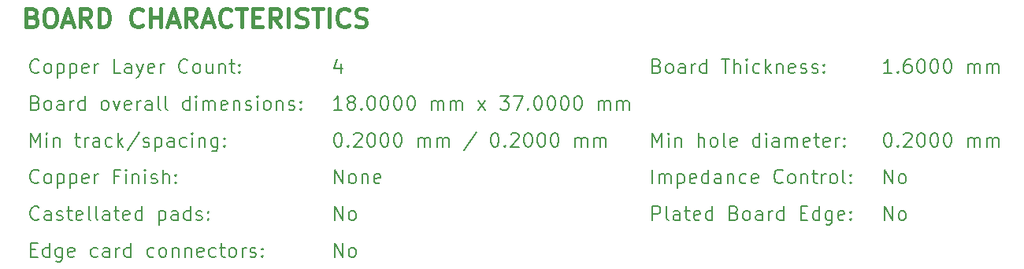
<source format=gbr>
%TF.GenerationSoftware,KiCad,Pcbnew,7.0.8*%
%TF.CreationDate,2024-04-19T17:39:31-04:00*%
%TF.ProjectId,rcl57_mcu,72636c35-375f-46d6-9375-2e6b69636164,rev?*%
%TF.SameCoordinates,Original*%
%TF.FileFunction,Other,Comment*%
%FSLAX46Y46*%
G04 Gerber Fmt 4.6, Leading zero omitted, Abs format (unit mm)*
G04 Created by KiCad (PCBNEW 7.0.8) date 2024-04-19 17:39:31*
%MOMM*%
%LPD*%
G01*
G04 APERTURE LIST*
%ADD10C,0.200000*%
%ADD11C,0.400000*%
G04 APERTURE END LIST*
D10*
X92888720Y-142375171D02*
X92817292Y-142446600D01*
X92817292Y-142446600D02*
X92603006Y-142518028D01*
X92603006Y-142518028D02*
X92460149Y-142518028D01*
X92460149Y-142518028D02*
X92245863Y-142446600D01*
X92245863Y-142446600D02*
X92103006Y-142303742D01*
X92103006Y-142303742D02*
X92031577Y-142160885D01*
X92031577Y-142160885D02*
X91960149Y-141875171D01*
X91960149Y-141875171D02*
X91960149Y-141660885D01*
X91960149Y-141660885D02*
X92031577Y-141375171D01*
X92031577Y-141375171D02*
X92103006Y-141232314D01*
X92103006Y-141232314D02*
X92245863Y-141089457D01*
X92245863Y-141089457D02*
X92460149Y-141018028D01*
X92460149Y-141018028D02*
X92603006Y-141018028D01*
X92603006Y-141018028D02*
X92817292Y-141089457D01*
X92817292Y-141089457D02*
X92888720Y-141160885D01*
X93745863Y-142518028D02*
X93603006Y-142446600D01*
X93603006Y-142446600D02*
X93531577Y-142375171D01*
X93531577Y-142375171D02*
X93460149Y-142232314D01*
X93460149Y-142232314D02*
X93460149Y-141803742D01*
X93460149Y-141803742D02*
X93531577Y-141660885D01*
X93531577Y-141660885D02*
X93603006Y-141589457D01*
X93603006Y-141589457D02*
X93745863Y-141518028D01*
X93745863Y-141518028D02*
X93960149Y-141518028D01*
X93960149Y-141518028D02*
X94103006Y-141589457D01*
X94103006Y-141589457D02*
X94174435Y-141660885D01*
X94174435Y-141660885D02*
X94245863Y-141803742D01*
X94245863Y-141803742D02*
X94245863Y-142232314D01*
X94245863Y-142232314D02*
X94174435Y-142375171D01*
X94174435Y-142375171D02*
X94103006Y-142446600D01*
X94103006Y-142446600D02*
X93960149Y-142518028D01*
X93960149Y-142518028D02*
X93745863Y-142518028D01*
X94888720Y-141518028D02*
X94888720Y-143018028D01*
X94888720Y-141589457D02*
X95031578Y-141518028D01*
X95031578Y-141518028D02*
X95317292Y-141518028D01*
X95317292Y-141518028D02*
X95460149Y-141589457D01*
X95460149Y-141589457D02*
X95531578Y-141660885D01*
X95531578Y-141660885D02*
X95603006Y-141803742D01*
X95603006Y-141803742D02*
X95603006Y-142232314D01*
X95603006Y-142232314D02*
X95531578Y-142375171D01*
X95531578Y-142375171D02*
X95460149Y-142446600D01*
X95460149Y-142446600D02*
X95317292Y-142518028D01*
X95317292Y-142518028D02*
X95031578Y-142518028D01*
X95031578Y-142518028D02*
X94888720Y-142446600D01*
X96245863Y-141518028D02*
X96245863Y-143018028D01*
X96245863Y-141589457D02*
X96388721Y-141518028D01*
X96388721Y-141518028D02*
X96674435Y-141518028D01*
X96674435Y-141518028D02*
X96817292Y-141589457D01*
X96817292Y-141589457D02*
X96888721Y-141660885D01*
X96888721Y-141660885D02*
X96960149Y-141803742D01*
X96960149Y-141803742D02*
X96960149Y-142232314D01*
X96960149Y-142232314D02*
X96888721Y-142375171D01*
X96888721Y-142375171D02*
X96817292Y-142446600D01*
X96817292Y-142446600D02*
X96674435Y-142518028D01*
X96674435Y-142518028D02*
X96388721Y-142518028D01*
X96388721Y-142518028D02*
X96245863Y-142446600D01*
X98174435Y-142446600D02*
X98031578Y-142518028D01*
X98031578Y-142518028D02*
X97745864Y-142518028D01*
X97745864Y-142518028D02*
X97603006Y-142446600D01*
X97603006Y-142446600D02*
X97531578Y-142303742D01*
X97531578Y-142303742D02*
X97531578Y-141732314D01*
X97531578Y-141732314D02*
X97603006Y-141589457D01*
X97603006Y-141589457D02*
X97745864Y-141518028D01*
X97745864Y-141518028D02*
X98031578Y-141518028D01*
X98031578Y-141518028D02*
X98174435Y-141589457D01*
X98174435Y-141589457D02*
X98245864Y-141732314D01*
X98245864Y-141732314D02*
X98245864Y-141875171D01*
X98245864Y-141875171D02*
X97531578Y-142018028D01*
X98888720Y-142518028D02*
X98888720Y-141518028D01*
X98888720Y-141803742D02*
X98960149Y-141660885D01*
X98960149Y-141660885D02*
X99031578Y-141589457D01*
X99031578Y-141589457D02*
X99174435Y-141518028D01*
X99174435Y-141518028D02*
X99317292Y-141518028D01*
X101460148Y-141732314D02*
X100960148Y-141732314D01*
X100960148Y-142518028D02*
X100960148Y-141018028D01*
X100960148Y-141018028D02*
X101674434Y-141018028D01*
X102245862Y-142518028D02*
X102245862Y-141518028D01*
X102245862Y-141018028D02*
X102174434Y-141089457D01*
X102174434Y-141089457D02*
X102245862Y-141160885D01*
X102245862Y-141160885D02*
X102317291Y-141089457D01*
X102317291Y-141089457D02*
X102245862Y-141018028D01*
X102245862Y-141018028D02*
X102245862Y-141160885D01*
X102960148Y-141518028D02*
X102960148Y-142518028D01*
X102960148Y-141660885D02*
X103031577Y-141589457D01*
X103031577Y-141589457D02*
X103174434Y-141518028D01*
X103174434Y-141518028D02*
X103388720Y-141518028D01*
X103388720Y-141518028D02*
X103531577Y-141589457D01*
X103531577Y-141589457D02*
X103603006Y-141732314D01*
X103603006Y-141732314D02*
X103603006Y-142518028D01*
X104317291Y-142518028D02*
X104317291Y-141518028D01*
X104317291Y-141018028D02*
X104245863Y-141089457D01*
X104245863Y-141089457D02*
X104317291Y-141160885D01*
X104317291Y-141160885D02*
X104388720Y-141089457D01*
X104388720Y-141089457D02*
X104317291Y-141018028D01*
X104317291Y-141018028D02*
X104317291Y-141160885D01*
X104960149Y-142446600D02*
X105103006Y-142518028D01*
X105103006Y-142518028D02*
X105388720Y-142518028D01*
X105388720Y-142518028D02*
X105531577Y-142446600D01*
X105531577Y-142446600D02*
X105603006Y-142303742D01*
X105603006Y-142303742D02*
X105603006Y-142232314D01*
X105603006Y-142232314D02*
X105531577Y-142089457D01*
X105531577Y-142089457D02*
X105388720Y-142018028D01*
X105388720Y-142018028D02*
X105174435Y-142018028D01*
X105174435Y-142018028D02*
X105031577Y-141946600D01*
X105031577Y-141946600D02*
X104960149Y-141803742D01*
X104960149Y-141803742D02*
X104960149Y-141732314D01*
X104960149Y-141732314D02*
X105031577Y-141589457D01*
X105031577Y-141589457D02*
X105174435Y-141518028D01*
X105174435Y-141518028D02*
X105388720Y-141518028D01*
X105388720Y-141518028D02*
X105531577Y-141589457D01*
X106245863Y-142518028D02*
X106245863Y-141018028D01*
X106888721Y-142518028D02*
X106888721Y-141732314D01*
X106888721Y-141732314D02*
X106817292Y-141589457D01*
X106817292Y-141589457D02*
X106674435Y-141518028D01*
X106674435Y-141518028D02*
X106460149Y-141518028D01*
X106460149Y-141518028D02*
X106317292Y-141589457D01*
X106317292Y-141589457D02*
X106245863Y-141660885D01*
X107603006Y-142375171D02*
X107674435Y-142446600D01*
X107674435Y-142446600D02*
X107603006Y-142518028D01*
X107603006Y-142518028D02*
X107531578Y-142446600D01*
X107531578Y-142446600D02*
X107603006Y-142375171D01*
X107603006Y-142375171D02*
X107603006Y-142518028D01*
X107603006Y-141589457D02*
X107674435Y-141660885D01*
X107674435Y-141660885D02*
X107603006Y-141732314D01*
X107603006Y-141732314D02*
X107531578Y-141660885D01*
X107531578Y-141660885D02*
X107603006Y-141589457D01*
X107603006Y-141589457D02*
X107603006Y-141732314D01*
X184074430Y-137061028D02*
X184217287Y-137061028D01*
X184217287Y-137061028D02*
X184360144Y-137132457D01*
X184360144Y-137132457D02*
X184431573Y-137203885D01*
X184431573Y-137203885D02*
X184503001Y-137346742D01*
X184503001Y-137346742D02*
X184574430Y-137632457D01*
X184574430Y-137632457D02*
X184574430Y-137989600D01*
X184574430Y-137989600D02*
X184503001Y-138275314D01*
X184503001Y-138275314D02*
X184431573Y-138418171D01*
X184431573Y-138418171D02*
X184360144Y-138489600D01*
X184360144Y-138489600D02*
X184217287Y-138561028D01*
X184217287Y-138561028D02*
X184074430Y-138561028D01*
X184074430Y-138561028D02*
X183931573Y-138489600D01*
X183931573Y-138489600D02*
X183860144Y-138418171D01*
X183860144Y-138418171D02*
X183788715Y-138275314D01*
X183788715Y-138275314D02*
X183717287Y-137989600D01*
X183717287Y-137989600D02*
X183717287Y-137632457D01*
X183717287Y-137632457D02*
X183788715Y-137346742D01*
X183788715Y-137346742D02*
X183860144Y-137203885D01*
X183860144Y-137203885D02*
X183931573Y-137132457D01*
X183931573Y-137132457D02*
X184074430Y-137061028D01*
X185217286Y-138418171D02*
X185288715Y-138489600D01*
X185288715Y-138489600D02*
X185217286Y-138561028D01*
X185217286Y-138561028D02*
X185145858Y-138489600D01*
X185145858Y-138489600D02*
X185217286Y-138418171D01*
X185217286Y-138418171D02*
X185217286Y-138561028D01*
X185860144Y-137203885D02*
X185931572Y-137132457D01*
X185931572Y-137132457D02*
X186074430Y-137061028D01*
X186074430Y-137061028D02*
X186431572Y-137061028D01*
X186431572Y-137061028D02*
X186574430Y-137132457D01*
X186574430Y-137132457D02*
X186645858Y-137203885D01*
X186645858Y-137203885D02*
X186717287Y-137346742D01*
X186717287Y-137346742D02*
X186717287Y-137489600D01*
X186717287Y-137489600D02*
X186645858Y-137703885D01*
X186645858Y-137703885D02*
X185788715Y-138561028D01*
X185788715Y-138561028D02*
X186717287Y-138561028D01*
X187645858Y-137061028D02*
X187788715Y-137061028D01*
X187788715Y-137061028D02*
X187931572Y-137132457D01*
X187931572Y-137132457D02*
X188003001Y-137203885D01*
X188003001Y-137203885D02*
X188074429Y-137346742D01*
X188074429Y-137346742D02*
X188145858Y-137632457D01*
X188145858Y-137632457D02*
X188145858Y-137989600D01*
X188145858Y-137989600D02*
X188074429Y-138275314D01*
X188074429Y-138275314D02*
X188003001Y-138418171D01*
X188003001Y-138418171D02*
X187931572Y-138489600D01*
X187931572Y-138489600D02*
X187788715Y-138561028D01*
X187788715Y-138561028D02*
X187645858Y-138561028D01*
X187645858Y-138561028D02*
X187503001Y-138489600D01*
X187503001Y-138489600D02*
X187431572Y-138418171D01*
X187431572Y-138418171D02*
X187360143Y-138275314D01*
X187360143Y-138275314D02*
X187288715Y-137989600D01*
X187288715Y-137989600D02*
X187288715Y-137632457D01*
X187288715Y-137632457D02*
X187360143Y-137346742D01*
X187360143Y-137346742D02*
X187431572Y-137203885D01*
X187431572Y-137203885D02*
X187503001Y-137132457D01*
X187503001Y-137132457D02*
X187645858Y-137061028D01*
X189074429Y-137061028D02*
X189217286Y-137061028D01*
X189217286Y-137061028D02*
X189360143Y-137132457D01*
X189360143Y-137132457D02*
X189431572Y-137203885D01*
X189431572Y-137203885D02*
X189503000Y-137346742D01*
X189503000Y-137346742D02*
X189574429Y-137632457D01*
X189574429Y-137632457D02*
X189574429Y-137989600D01*
X189574429Y-137989600D02*
X189503000Y-138275314D01*
X189503000Y-138275314D02*
X189431572Y-138418171D01*
X189431572Y-138418171D02*
X189360143Y-138489600D01*
X189360143Y-138489600D02*
X189217286Y-138561028D01*
X189217286Y-138561028D02*
X189074429Y-138561028D01*
X189074429Y-138561028D02*
X188931572Y-138489600D01*
X188931572Y-138489600D02*
X188860143Y-138418171D01*
X188860143Y-138418171D02*
X188788714Y-138275314D01*
X188788714Y-138275314D02*
X188717286Y-137989600D01*
X188717286Y-137989600D02*
X188717286Y-137632457D01*
X188717286Y-137632457D02*
X188788714Y-137346742D01*
X188788714Y-137346742D02*
X188860143Y-137203885D01*
X188860143Y-137203885D02*
X188931572Y-137132457D01*
X188931572Y-137132457D02*
X189074429Y-137061028D01*
X190503000Y-137061028D02*
X190645857Y-137061028D01*
X190645857Y-137061028D02*
X190788714Y-137132457D01*
X190788714Y-137132457D02*
X190860143Y-137203885D01*
X190860143Y-137203885D02*
X190931571Y-137346742D01*
X190931571Y-137346742D02*
X191003000Y-137632457D01*
X191003000Y-137632457D02*
X191003000Y-137989600D01*
X191003000Y-137989600D02*
X190931571Y-138275314D01*
X190931571Y-138275314D02*
X190860143Y-138418171D01*
X190860143Y-138418171D02*
X190788714Y-138489600D01*
X190788714Y-138489600D02*
X190645857Y-138561028D01*
X190645857Y-138561028D02*
X190503000Y-138561028D01*
X190503000Y-138561028D02*
X190360143Y-138489600D01*
X190360143Y-138489600D02*
X190288714Y-138418171D01*
X190288714Y-138418171D02*
X190217285Y-138275314D01*
X190217285Y-138275314D02*
X190145857Y-137989600D01*
X190145857Y-137989600D02*
X190145857Y-137632457D01*
X190145857Y-137632457D02*
X190217285Y-137346742D01*
X190217285Y-137346742D02*
X190288714Y-137203885D01*
X190288714Y-137203885D02*
X190360143Y-137132457D01*
X190360143Y-137132457D02*
X190503000Y-137061028D01*
X192788713Y-138561028D02*
X192788713Y-137561028D01*
X192788713Y-137703885D02*
X192860142Y-137632457D01*
X192860142Y-137632457D02*
X193002999Y-137561028D01*
X193002999Y-137561028D02*
X193217285Y-137561028D01*
X193217285Y-137561028D02*
X193360142Y-137632457D01*
X193360142Y-137632457D02*
X193431571Y-137775314D01*
X193431571Y-137775314D02*
X193431571Y-138561028D01*
X193431571Y-137775314D02*
X193502999Y-137632457D01*
X193502999Y-137632457D02*
X193645856Y-137561028D01*
X193645856Y-137561028D02*
X193860142Y-137561028D01*
X193860142Y-137561028D02*
X194002999Y-137632457D01*
X194002999Y-137632457D02*
X194074428Y-137775314D01*
X194074428Y-137775314D02*
X194074428Y-138561028D01*
X194788713Y-138561028D02*
X194788713Y-137561028D01*
X194788713Y-137703885D02*
X194860142Y-137632457D01*
X194860142Y-137632457D02*
X195002999Y-137561028D01*
X195002999Y-137561028D02*
X195217285Y-137561028D01*
X195217285Y-137561028D02*
X195360142Y-137632457D01*
X195360142Y-137632457D02*
X195431571Y-137775314D01*
X195431571Y-137775314D02*
X195431571Y-138561028D01*
X195431571Y-137775314D02*
X195502999Y-137632457D01*
X195502999Y-137632457D02*
X195645856Y-137561028D01*
X195645856Y-137561028D02*
X195860142Y-137561028D01*
X195860142Y-137561028D02*
X196002999Y-137632457D01*
X196002999Y-137632457D02*
X196074428Y-137775314D01*
X196074428Y-137775314D02*
X196074428Y-138561028D01*
X92031577Y-138561028D02*
X92031577Y-137061028D01*
X92031577Y-137061028D02*
X92531577Y-138132457D01*
X92531577Y-138132457D02*
X93031577Y-137061028D01*
X93031577Y-137061028D02*
X93031577Y-138561028D01*
X93745863Y-138561028D02*
X93745863Y-137561028D01*
X93745863Y-137061028D02*
X93674435Y-137132457D01*
X93674435Y-137132457D02*
X93745863Y-137203885D01*
X93745863Y-137203885D02*
X93817292Y-137132457D01*
X93817292Y-137132457D02*
X93745863Y-137061028D01*
X93745863Y-137061028D02*
X93745863Y-137203885D01*
X94460149Y-137561028D02*
X94460149Y-138561028D01*
X94460149Y-137703885D02*
X94531578Y-137632457D01*
X94531578Y-137632457D02*
X94674435Y-137561028D01*
X94674435Y-137561028D02*
X94888721Y-137561028D01*
X94888721Y-137561028D02*
X95031578Y-137632457D01*
X95031578Y-137632457D02*
X95103007Y-137775314D01*
X95103007Y-137775314D02*
X95103007Y-138561028D01*
X96745864Y-137561028D02*
X97317292Y-137561028D01*
X96960149Y-137061028D02*
X96960149Y-138346742D01*
X96960149Y-138346742D02*
X97031578Y-138489600D01*
X97031578Y-138489600D02*
X97174435Y-138561028D01*
X97174435Y-138561028D02*
X97317292Y-138561028D01*
X97817292Y-138561028D02*
X97817292Y-137561028D01*
X97817292Y-137846742D02*
X97888721Y-137703885D01*
X97888721Y-137703885D02*
X97960150Y-137632457D01*
X97960150Y-137632457D02*
X98103007Y-137561028D01*
X98103007Y-137561028D02*
X98245864Y-137561028D01*
X99388721Y-138561028D02*
X99388721Y-137775314D01*
X99388721Y-137775314D02*
X99317292Y-137632457D01*
X99317292Y-137632457D02*
X99174435Y-137561028D01*
X99174435Y-137561028D02*
X98888721Y-137561028D01*
X98888721Y-137561028D02*
X98745863Y-137632457D01*
X99388721Y-138489600D02*
X99245863Y-138561028D01*
X99245863Y-138561028D02*
X98888721Y-138561028D01*
X98888721Y-138561028D02*
X98745863Y-138489600D01*
X98745863Y-138489600D02*
X98674435Y-138346742D01*
X98674435Y-138346742D02*
X98674435Y-138203885D01*
X98674435Y-138203885D02*
X98745863Y-138061028D01*
X98745863Y-138061028D02*
X98888721Y-137989600D01*
X98888721Y-137989600D02*
X99245863Y-137989600D01*
X99245863Y-137989600D02*
X99388721Y-137918171D01*
X100745864Y-138489600D02*
X100603006Y-138561028D01*
X100603006Y-138561028D02*
X100317292Y-138561028D01*
X100317292Y-138561028D02*
X100174435Y-138489600D01*
X100174435Y-138489600D02*
X100103006Y-138418171D01*
X100103006Y-138418171D02*
X100031578Y-138275314D01*
X100031578Y-138275314D02*
X100031578Y-137846742D01*
X100031578Y-137846742D02*
X100103006Y-137703885D01*
X100103006Y-137703885D02*
X100174435Y-137632457D01*
X100174435Y-137632457D02*
X100317292Y-137561028D01*
X100317292Y-137561028D02*
X100603006Y-137561028D01*
X100603006Y-137561028D02*
X100745864Y-137632457D01*
X101388720Y-138561028D02*
X101388720Y-137061028D01*
X101531578Y-137989600D02*
X101960149Y-138561028D01*
X101960149Y-137561028D02*
X101388720Y-138132457D01*
X103674435Y-136989600D02*
X102388721Y-138918171D01*
X104103007Y-138489600D02*
X104245864Y-138561028D01*
X104245864Y-138561028D02*
X104531578Y-138561028D01*
X104531578Y-138561028D02*
X104674435Y-138489600D01*
X104674435Y-138489600D02*
X104745864Y-138346742D01*
X104745864Y-138346742D02*
X104745864Y-138275314D01*
X104745864Y-138275314D02*
X104674435Y-138132457D01*
X104674435Y-138132457D02*
X104531578Y-138061028D01*
X104531578Y-138061028D02*
X104317293Y-138061028D01*
X104317293Y-138061028D02*
X104174435Y-137989600D01*
X104174435Y-137989600D02*
X104103007Y-137846742D01*
X104103007Y-137846742D02*
X104103007Y-137775314D01*
X104103007Y-137775314D02*
X104174435Y-137632457D01*
X104174435Y-137632457D02*
X104317293Y-137561028D01*
X104317293Y-137561028D02*
X104531578Y-137561028D01*
X104531578Y-137561028D02*
X104674435Y-137632457D01*
X105388721Y-137561028D02*
X105388721Y-139061028D01*
X105388721Y-137632457D02*
X105531579Y-137561028D01*
X105531579Y-137561028D02*
X105817293Y-137561028D01*
X105817293Y-137561028D02*
X105960150Y-137632457D01*
X105960150Y-137632457D02*
X106031579Y-137703885D01*
X106031579Y-137703885D02*
X106103007Y-137846742D01*
X106103007Y-137846742D02*
X106103007Y-138275314D01*
X106103007Y-138275314D02*
X106031579Y-138418171D01*
X106031579Y-138418171D02*
X105960150Y-138489600D01*
X105960150Y-138489600D02*
X105817293Y-138561028D01*
X105817293Y-138561028D02*
X105531579Y-138561028D01*
X105531579Y-138561028D02*
X105388721Y-138489600D01*
X107388722Y-138561028D02*
X107388722Y-137775314D01*
X107388722Y-137775314D02*
X107317293Y-137632457D01*
X107317293Y-137632457D02*
X107174436Y-137561028D01*
X107174436Y-137561028D02*
X106888722Y-137561028D01*
X106888722Y-137561028D02*
X106745864Y-137632457D01*
X107388722Y-138489600D02*
X107245864Y-138561028D01*
X107245864Y-138561028D02*
X106888722Y-138561028D01*
X106888722Y-138561028D02*
X106745864Y-138489600D01*
X106745864Y-138489600D02*
X106674436Y-138346742D01*
X106674436Y-138346742D02*
X106674436Y-138203885D01*
X106674436Y-138203885D02*
X106745864Y-138061028D01*
X106745864Y-138061028D02*
X106888722Y-137989600D01*
X106888722Y-137989600D02*
X107245864Y-137989600D01*
X107245864Y-137989600D02*
X107388722Y-137918171D01*
X108745865Y-138489600D02*
X108603007Y-138561028D01*
X108603007Y-138561028D02*
X108317293Y-138561028D01*
X108317293Y-138561028D02*
X108174436Y-138489600D01*
X108174436Y-138489600D02*
X108103007Y-138418171D01*
X108103007Y-138418171D02*
X108031579Y-138275314D01*
X108031579Y-138275314D02*
X108031579Y-137846742D01*
X108031579Y-137846742D02*
X108103007Y-137703885D01*
X108103007Y-137703885D02*
X108174436Y-137632457D01*
X108174436Y-137632457D02*
X108317293Y-137561028D01*
X108317293Y-137561028D02*
X108603007Y-137561028D01*
X108603007Y-137561028D02*
X108745865Y-137632457D01*
X109388721Y-138561028D02*
X109388721Y-137561028D01*
X109388721Y-137061028D02*
X109317293Y-137132457D01*
X109317293Y-137132457D02*
X109388721Y-137203885D01*
X109388721Y-137203885D02*
X109460150Y-137132457D01*
X109460150Y-137132457D02*
X109388721Y-137061028D01*
X109388721Y-137061028D02*
X109388721Y-137203885D01*
X110103007Y-137561028D02*
X110103007Y-138561028D01*
X110103007Y-137703885D02*
X110174436Y-137632457D01*
X110174436Y-137632457D02*
X110317293Y-137561028D01*
X110317293Y-137561028D02*
X110531579Y-137561028D01*
X110531579Y-137561028D02*
X110674436Y-137632457D01*
X110674436Y-137632457D02*
X110745865Y-137775314D01*
X110745865Y-137775314D02*
X110745865Y-138561028D01*
X112103008Y-137561028D02*
X112103008Y-138775314D01*
X112103008Y-138775314D02*
X112031579Y-138918171D01*
X112031579Y-138918171D02*
X111960150Y-138989600D01*
X111960150Y-138989600D02*
X111817293Y-139061028D01*
X111817293Y-139061028D02*
X111603008Y-139061028D01*
X111603008Y-139061028D02*
X111460150Y-138989600D01*
X112103008Y-138489600D02*
X111960150Y-138561028D01*
X111960150Y-138561028D02*
X111674436Y-138561028D01*
X111674436Y-138561028D02*
X111531579Y-138489600D01*
X111531579Y-138489600D02*
X111460150Y-138418171D01*
X111460150Y-138418171D02*
X111388722Y-138275314D01*
X111388722Y-138275314D02*
X111388722Y-137846742D01*
X111388722Y-137846742D02*
X111460150Y-137703885D01*
X111460150Y-137703885D02*
X111531579Y-137632457D01*
X111531579Y-137632457D02*
X111674436Y-137561028D01*
X111674436Y-137561028D02*
X111960150Y-137561028D01*
X111960150Y-137561028D02*
X112103008Y-137632457D01*
X112817293Y-138418171D02*
X112888722Y-138489600D01*
X112888722Y-138489600D02*
X112817293Y-138561028D01*
X112817293Y-138561028D02*
X112745865Y-138489600D01*
X112745865Y-138489600D02*
X112817293Y-138418171D01*
X112817293Y-138418171D02*
X112817293Y-138561028D01*
X112817293Y-137632457D02*
X112888722Y-137703885D01*
X112888722Y-137703885D02*
X112817293Y-137775314D01*
X112817293Y-137775314D02*
X112745865Y-137703885D01*
X112745865Y-137703885D02*
X112817293Y-137632457D01*
X112817293Y-137632457D02*
X112817293Y-137775314D01*
X92888720Y-130504171D02*
X92817292Y-130575600D01*
X92817292Y-130575600D02*
X92603006Y-130647028D01*
X92603006Y-130647028D02*
X92460149Y-130647028D01*
X92460149Y-130647028D02*
X92245863Y-130575600D01*
X92245863Y-130575600D02*
X92103006Y-130432742D01*
X92103006Y-130432742D02*
X92031577Y-130289885D01*
X92031577Y-130289885D02*
X91960149Y-130004171D01*
X91960149Y-130004171D02*
X91960149Y-129789885D01*
X91960149Y-129789885D02*
X92031577Y-129504171D01*
X92031577Y-129504171D02*
X92103006Y-129361314D01*
X92103006Y-129361314D02*
X92245863Y-129218457D01*
X92245863Y-129218457D02*
X92460149Y-129147028D01*
X92460149Y-129147028D02*
X92603006Y-129147028D01*
X92603006Y-129147028D02*
X92817292Y-129218457D01*
X92817292Y-129218457D02*
X92888720Y-129289885D01*
X93745863Y-130647028D02*
X93603006Y-130575600D01*
X93603006Y-130575600D02*
X93531577Y-130504171D01*
X93531577Y-130504171D02*
X93460149Y-130361314D01*
X93460149Y-130361314D02*
X93460149Y-129932742D01*
X93460149Y-129932742D02*
X93531577Y-129789885D01*
X93531577Y-129789885D02*
X93603006Y-129718457D01*
X93603006Y-129718457D02*
X93745863Y-129647028D01*
X93745863Y-129647028D02*
X93960149Y-129647028D01*
X93960149Y-129647028D02*
X94103006Y-129718457D01*
X94103006Y-129718457D02*
X94174435Y-129789885D01*
X94174435Y-129789885D02*
X94245863Y-129932742D01*
X94245863Y-129932742D02*
X94245863Y-130361314D01*
X94245863Y-130361314D02*
X94174435Y-130504171D01*
X94174435Y-130504171D02*
X94103006Y-130575600D01*
X94103006Y-130575600D02*
X93960149Y-130647028D01*
X93960149Y-130647028D02*
X93745863Y-130647028D01*
X94888720Y-129647028D02*
X94888720Y-131147028D01*
X94888720Y-129718457D02*
X95031578Y-129647028D01*
X95031578Y-129647028D02*
X95317292Y-129647028D01*
X95317292Y-129647028D02*
X95460149Y-129718457D01*
X95460149Y-129718457D02*
X95531578Y-129789885D01*
X95531578Y-129789885D02*
X95603006Y-129932742D01*
X95603006Y-129932742D02*
X95603006Y-130361314D01*
X95603006Y-130361314D02*
X95531578Y-130504171D01*
X95531578Y-130504171D02*
X95460149Y-130575600D01*
X95460149Y-130575600D02*
X95317292Y-130647028D01*
X95317292Y-130647028D02*
X95031578Y-130647028D01*
X95031578Y-130647028D02*
X94888720Y-130575600D01*
X96245863Y-129647028D02*
X96245863Y-131147028D01*
X96245863Y-129718457D02*
X96388721Y-129647028D01*
X96388721Y-129647028D02*
X96674435Y-129647028D01*
X96674435Y-129647028D02*
X96817292Y-129718457D01*
X96817292Y-129718457D02*
X96888721Y-129789885D01*
X96888721Y-129789885D02*
X96960149Y-129932742D01*
X96960149Y-129932742D02*
X96960149Y-130361314D01*
X96960149Y-130361314D02*
X96888721Y-130504171D01*
X96888721Y-130504171D02*
X96817292Y-130575600D01*
X96817292Y-130575600D02*
X96674435Y-130647028D01*
X96674435Y-130647028D02*
X96388721Y-130647028D01*
X96388721Y-130647028D02*
X96245863Y-130575600D01*
X98174435Y-130575600D02*
X98031578Y-130647028D01*
X98031578Y-130647028D02*
X97745864Y-130647028D01*
X97745864Y-130647028D02*
X97603006Y-130575600D01*
X97603006Y-130575600D02*
X97531578Y-130432742D01*
X97531578Y-130432742D02*
X97531578Y-129861314D01*
X97531578Y-129861314D02*
X97603006Y-129718457D01*
X97603006Y-129718457D02*
X97745864Y-129647028D01*
X97745864Y-129647028D02*
X98031578Y-129647028D01*
X98031578Y-129647028D02*
X98174435Y-129718457D01*
X98174435Y-129718457D02*
X98245864Y-129861314D01*
X98245864Y-129861314D02*
X98245864Y-130004171D01*
X98245864Y-130004171D02*
X97531578Y-130147028D01*
X98888720Y-130647028D02*
X98888720Y-129647028D01*
X98888720Y-129932742D02*
X98960149Y-129789885D01*
X98960149Y-129789885D02*
X99031578Y-129718457D01*
X99031578Y-129718457D02*
X99174435Y-129647028D01*
X99174435Y-129647028D02*
X99317292Y-129647028D01*
X101674434Y-130647028D02*
X100960148Y-130647028D01*
X100960148Y-130647028D02*
X100960148Y-129147028D01*
X102817292Y-130647028D02*
X102817292Y-129861314D01*
X102817292Y-129861314D02*
X102745863Y-129718457D01*
X102745863Y-129718457D02*
X102603006Y-129647028D01*
X102603006Y-129647028D02*
X102317292Y-129647028D01*
X102317292Y-129647028D02*
X102174434Y-129718457D01*
X102817292Y-130575600D02*
X102674434Y-130647028D01*
X102674434Y-130647028D02*
X102317292Y-130647028D01*
X102317292Y-130647028D02*
X102174434Y-130575600D01*
X102174434Y-130575600D02*
X102103006Y-130432742D01*
X102103006Y-130432742D02*
X102103006Y-130289885D01*
X102103006Y-130289885D02*
X102174434Y-130147028D01*
X102174434Y-130147028D02*
X102317292Y-130075600D01*
X102317292Y-130075600D02*
X102674434Y-130075600D01*
X102674434Y-130075600D02*
X102817292Y-130004171D01*
X103388720Y-129647028D02*
X103745863Y-130647028D01*
X104103006Y-129647028D02*
X103745863Y-130647028D01*
X103745863Y-130647028D02*
X103603006Y-131004171D01*
X103603006Y-131004171D02*
X103531577Y-131075600D01*
X103531577Y-131075600D02*
X103388720Y-131147028D01*
X105245863Y-130575600D02*
X105103006Y-130647028D01*
X105103006Y-130647028D02*
X104817292Y-130647028D01*
X104817292Y-130647028D02*
X104674434Y-130575600D01*
X104674434Y-130575600D02*
X104603006Y-130432742D01*
X104603006Y-130432742D02*
X104603006Y-129861314D01*
X104603006Y-129861314D02*
X104674434Y-129718457D01*
X104674434Y-129718457D02*
X104817292Y-129647028D01*
X104817292Y-129647028D02*
X105103006Y-129647028D01*
X105103006Y-129647028D02*
X105245863Y-129718457D01*
X105245863Y-129718457D02*
X105317292Y-129861314D01*
X105317292Y-129861314D02*
X105317292Y-130004171D01*
X105317292Y-130004171D02*
X104603006Y-130147028D01*
X105960148Y-130647028D02*
X105960148Y-129647028D01*
X105960148Y-129932742D02*
X106031577Y-129789885D01*
X106031577Y-129789885D02*
X106103006Y-129718457D01*
X106103006Y-129718457D02*
X106245863Y-129647028D01*
X106245863Y-129647028D02*
X106388720Y-129647028D01*
X108888719Y-130504171D02*
X108817291Y-130575600D01*
X108817291Y-130575600D02*
X108603005Y-130647028D01*
X108603005Y-130647028D02*
X108460148Y-130647028D01*
X108460148Y-130647028D02*
X108245862Y-130575600D01*
X108245862Y-130575600D02*
X108103005Y-130432742D01*
X108103005Y-130432742D02*
X108031576Y-130289885D01*
X108031576Y-130289885D02*
X107960148Y-130004171D01*
X107960148Y-130004171D02*
X107960148Y-129789885D01*
X107960148Y-129789885D02*
X108031576Y-129504171D01*
X108031576Y-129504171D02*
X108103005Y-129361314D01*
X108103005Y-129361314D02*
X108245862Y-129218457D01*
X108245862Y-129218457D02*
X108460148Y-129147028D01*
X108460148Y-129147028D02*
X108603005Y-129147028D01*
X108603005Y-129147028D02*
X108817291Y-129218457D01*
X108817291Y-129218457D02*
X108888719Y-129289885D01*
X109745862Y-130647028D02*
X109603005Y-130575600D01*
X109603005Y-130575600D02*
X109531576Y-130504171D01*
X109531576Y-130504171D02*
X109460148Y-130361314D01*
X109460148Y-130361314D02*
X109460148Y-129932742D01*
X109460148Y-129932742D02*
X109531576Y-129789885D01*
X109531576Y-129789885D02*
X109603005Y-129718457D01*
X109603005Y-129718457D02*
X109745862Y-129647028D01*
X109745862Y-129647028D02*
X109960148Y-129647028D01*
X109960148Y-129647028D02*
X110103005Y-129718457D01*
X110103005Y-129718457D02*
X110174434Y-129789885D01*
X110174434Y-129789885D02*
X110245862Y-129932742D01*
X110245862Y-129932742D02*
X110245862Y-130361314D01*
X110245862Y-130361314D02*
X110174434Y-130504171D01*
X110174434Y-130504171D02*
X110103005Y-130575600D01*
X110103005Y-130575600D02*
X109960148Y-130647028D01*
X109960148Y-130647028D02*
X109745862Y-130647028D01*
X111531577Y-129647028D02*
X111531577Y-130647028D01*
X110888719Y-129647028D02*
X110888719Y-130432742D01*
X110888719Y-130432742D02*
X110960148Y-130575600D01*
X110960148Y-130575600D02*
X111103005Y-130647028D01*
X111103005Y-130647028D02*
X111317291Y-130647028D01*
X111317291Y-130647028D02*
X111460148Y-130575600D01*
X111460148Y-130575600D02*
X111531577Y-130504171D01*
X112245862Y-129647028D02*
X112245862Y-130647028D01*
X112245862Y-129789885D02*
X112317291Y-129718457D01*
X112317291Y-129718457D02*
X112460148Y-129647028D01*
X112460148Y-129647028D02*
X112674434Y-129647028D01*
X112674434Y-129647028D02*
X112817291Y-129718457D01*
X112817291Y-129718457D02*
X112888720Y-129861314D01*
X112888720Y-129861314D02*
X112888720Y-130647028D01*
X113388720Y-129647028D02*
X113960148Y-129647028D01*
X113603005Y-129147028D02*
X113603005Y-130432742D01*
X113603005Y-130432742D02*
X113674434Y-130575600D01*
X113674434Y-130575600D02*
X113817291Y-130647028D01*
X113817291Y-130647028D02*
X113960148Y-130647028D01*
X114460148Y-130504171D02*
X114531577Y-130575600D01*
X114531577Y-130575600D02*
X114460148Y-130647028D01*
X114460148Y-130647028D02*
X114388720Y-130575600D01*
X114388720Y-130575600D02*
X114460148Y-130504171D01*
X114460148Y-130504171D02*
X114460148Y-130647028D01*
X114460148Y-129718457D02*
X114531577Y-129789885D01*
X114531577Y-129789885D02*
X114460148Y-129861314D01*
X114460148Y-129861314D02*
X114388720Y-129789885D01*
X114388720Y-129789885D02*
X114460148Y-129718457D01*
X114460148Y-129718457D02*
X114460148Y-129861314D01*
X92888720Y-146332171D02*
X92817292Y-146403600D01*
X92817292Y-146403600D02*
X92603006Y-146475028D01*
X92603006Y-146475028D02*
X92460149Y-146475028D01*
X92460149Y-146475028D02*
X92245863Y-146403600D01*
X92245863Y-146403600D02*
X92103006Y-146260742D01*
X92103006Y-146260742D02*
X92031577Y-146117885D01*
X92031577Y-146117885D02*
X91960149Y-145832171D01*
X91960149Y-145832171D02*
X91960149Y-145617885D01*
X91960149Y-145617885D02*
X92031577Y-145332171D01*
X92031577Y-145332171D02*
X92103006Y-145189314D01*
X92103006Y-145189314D02*
X92245863Y-145046457D01*
X92245863Y-145046457D02*
X92460149Y-144975028D01*
X92460149Y-144975028D02*
X92603006Y-144975028D01*
X92603006Y-144975028D02*
X92817292Y-145046457D01*
X92817292Y-145046457D02*
X92888720Y-145117885D01*
X94174435Y-146475028D02*
X94174435Y-145689314D01*
X94174435Y-145689314D02*
X94103006Y-145546457D01*
X94103006Y-145546457D02*
X93960149Y-145475028D01*
X93960149Y-145475028D02*
X93674435Y-145475028D01*
X93674435Y-145475028D02*
X93531577Y-145546457D01*
X94174435Y-146403600D02*
X94031577Y-146475028D01*
X94031577Y-146475028D02*
X93674435Y-146475028D01*
X93674435Y-146475028D02*
X93531577Y-146403600D01*
X93531577Y-146403600D02*
X93460149Y-146260742D01*
X93460149Y-146260742D02*
X93460149Y-146117885D01*
X93460149Y-146117885D02*
X93531577Y-145975028D01*
X93531577Y-145975028D02*
X93674435Y-145903600D01*
X93674435Y-145903600D02*
X94031577Y-145903600D01*
X94031577Y-145903600D02*
X94174435Y-145832171D01*
X94817292Y-146403600D02*
X94960149Y-146475028D01*
X94960149Y-146475028D02*
X95245863Y-146475028D01*
X95245863Y-146475028D02*
X95388720Y-146403600D01*
X95388720Y-146403600D02*
X95460149Y-146260742D01*
X95460149Y-146260742D02*
X95460149Y-146189314D01*
X95460149Y-146189314D02*
X95388720Y-146046457D01*
X95388720Y-146046457D02*
X95245863Y-145975028D01*
X95245863Y-145975028D02*
X95031578Y-145975028D01*
X95031578Y-145975028D02*
X94888720Y-145903600D01*
X94888720Y-145903600D02*
X94817292Y-145760742D01*
X94817292Y-145760742D02*
X94817292Y-145689314D01*
X94817292Y-145689314D02*
X94888720Y-145546457D01*
X94888720Y-145546457D02*
X95031578Y-145475028D01*
X95031578Y-145475028D02*
X95245863Y-145475028D01*
X95245863Y-145475028D02*
X95388720Y-145546457D01*
X95888721Y-145475028D02*
X96460149Y-145475028D01*
X96103006Y-144975028D02*
X96103006Y-146260742D01*
X96103006Y-146260742D02*
X96174435Y-146403600D01*
X96174435Y-146403600D02*
X96317292Y-146475028D01*
X96317292Y-146475028D02*
X96460149Y-146475028D01*
X97531578Y-146403600D02*
X97388721Y-146475028D01*
X97388721Y-146475028D02*
X97103007Y-146475028D01*
X97103007Y-146475028D02*
X96960149Y-146403600D01*
X96960149Y-146403600D02*
X96888721Y-146260742D01*
X96888721Y-146260742D02*
X96888721Y-145689314D01*
X96888721Y-145689314D02*
X96960149Y-145546457D01*
X96960149Y-145546457D02*
X97103007Y-145475028D01*
X97103007Y-145475028D02*
X97388721Y-145475028D01*
X97388721Y-145475028D02*
X97531578Y-145546457D01*
X97531578Y-145546457D02*
X97603007Y-145689314D01*
X97603007Y-145689314D02*
X97603007Y-145832171D01*
X97603007Y-145832171D02*
X96888721Y-145975028D01*
X98460149Y-146475028D02*
X98317292Y-146403600D01*
X98317292Y-146403600D02*
X98245863Y-146260742D01*
X98245863Y-146260742D02*
X98245863Y-144975028D01*
X99245863Y-146475028D02*
X99103006Y-146403600D01*
X99103006Y-146403600D02*
X99031577Y-146260742D01*
X99031577Y-146260742D02*
X99031577Y-144975028D01*
X100460149Y-146475028D02*
X100460149Y-145689314D01*
X100460149Y-145689314D02*
X100388720Y-145546457D01*
X100388720Y-145546457D02*
X100245863Y-145475028D01*
X100245863Y-145475028D02*
X99960149Y-145475028D01*
X99960149Y-145475028D02*
X99817291Y-145546457D01*
X100460149Y-146403600D02*
X100317291Y-146475028D01*
X100317291Y-146475028D02*
X99960149Y-146475028D01*
X99960149Y-146475028D02*
X99817291Y-146403600D01*
X99817291Y-146403600D02*
X99745863Y-146260742D01*
X99745863Y-146260742D02*
X99745863Y-146117885D01*
X99745863Y-146117885D02*
X99817291Y-145975028D01*
X99817291Y-145975028D02*
X99960149Y-145903600D01*
X99960149Y-145903600D02*
X100317291Y-145903600D01*
X100317291Y-145903600D02*
X100460149Y-145832171D01*
X100960149Y-145475028D02*
X101531577Y-145475028D01*
X101174434Y-144975028D02*
X101174434Y-146260742D01*
X101174434Y-146260742D02*
X101245863Y-146403600D01*
X101245863Y-146403600D02*
X101388720Y-146475028D01*
X101388720Y-146475028D02*
X101531577Y-146475028D01*
X102603006Y-146403600D02*
X102460149Y-146475028D01*
X102460149Y-146475028D02*
X102174435Y-146475028D01*
X102174435Y-146475028D02*
X102031577Y-146403600D01*
X102031577Y-146403600D02*
X101960149Y-146260742D01*
X101960149Y-146260742D02*
X101960149Y-145689314D01*
X101960149Y-145689314D02*
X102031577Y-145546457D01*
X102031577Y-145546457D02*
X102174435Y-145475028D01*
X102174435Y-145475028D02*
X102460149Y-145475028D01*
X102460149Y-145475028D02*
X102603006Y-145546457D01*
X102603006Y-145546457D02*
X102674435Y-145689314D01*
X102674435Y-145689314D02*
X102674435Y-145832171D01*
X102674435Y-145832171D02*
X101960149Y-145975028D01*
X103960149Y-146475028D02*
X103960149Y-144975028D01*
X103960149Y-146403600D02*
X103817291Y-146475028D01*
X103817291Y-146475028D02*
X103531577Y-146475028D01*
X103531577Y-146475028D02*
X103388720Y-146403600D01*
X103388720Y-146403600D02*
X103317291Y-146332171D01*
X103317291Y-146332171D02*
X103245863Y-146189314D01*
X103245863Y-146189314D02*
X103245863Y-145760742D01*
X103245863Y-145760742D02*
X103317291Y-145617885D01*
X103317291Y-145617885D02*
X103388720Y-145546457D01*
X103388720Y-145546457D02*
X103531577Y-145475028D01*
X103531577Y-145475028D02*
X103817291Y-145475028D01*
X103817291Y-145475028D02*
X103960149Y-145546457D01*
X105817291Y-145475028D02*
X105817291Y-146975028D01*
X105817291Y-145546457D02*
X105960149Y-145475028D01*
X105960149Y-145475028D02*
X106245863Y-145475028D01*
X106245863Y-145475028D02*
X106388720Y-145546457D01*
X106388720Y-145546457D02*
X106460149Y-145617885D01*
X106460149Y-145617885D02*
X106531577Y-145760742D01*
X106531577Y-145760742D02*
X106531577Y-146189314D01*
X106531577Y-146189314D02*
X106460149Y-146332171D01*
X106460149Y-146332171D02*
X106388720Y-146403600D01*
X106388720Y-146403600D02*
X106245863Y-146475028D01*
X106245863Y-146475028D02*
X105960149Y-146475028D01*
X105960149Y-146475028D02*
X105817291Y-146403600D01*
X107817292Y-146475028D02*
X107817292Y-145689314D01*
X107817292Y-145689314D02*
X107745863Y-145546457D01*
X107745863Y-145546457D02*
X107603006Y-145475028D01*
X107603006Y-145475028D02*
X107317292Y-145475028D01*
X107317292Y-145475028D02*
X107174434Y-145546457D01*
X107817292Y-146403600D02*
X107674434Y-146475028D01*
X107674434Y-146475028D02*
X107317292Y-146475028D01*
X107317292Y-146475028D02*
X107174434Y-146403600D01*
X107174434Y-146403600D02*
X107103006Y-146260742D01*
X107103006Y-146260742D02*
X107103006Y-146117885D01*
X107103006Y-146117885D02*
X107174434Y-145975028D01*
X107174434Y-145975028D02*
X107317292Y-145903600D01*
X107317292Y-145903600D02*
X107674434Y-145903600D01*
X107674434Y-145903600D02*
X107817292Y-145832171D01*
X109174435Y-146475028D02*
X109174435Y-144975028D01*
X109174435Y-146403600D02*
X109031577Y-146475028D01*
X109031577Y-146475028D02*
X108745863Y-146475028D01*
X108745863Y-146475028D02*
X108603006Y-146403600D01*
X108603006Y-146403600D02*
X108531577Y-146332171D01*
X108531577Y-146332171D02*
X108460149Y-146189314D01*
X108460149Y-146189314D02*
X108460149Y-145760742D01*
X108460149Y-145760742D02*
X108531577Y-145617885D01*
X108531577Y-145617885D02*
X108603006Y-145546457D01*
X108603006Y-145546457D02*
X108745863Y-145475028D01*
X108745863Y-145475028D02*
X109031577Y-145475028D01*
X109031577Y-145475028D02*
X109174435Y-145546457D01*
X109817292Y-146403600D02*
X109960149Y-146475028D01*
X109960149Y-146475028D02*
X110245863Y-146475028D01*
X110245863Y-146475028D02*
X110388720Y-146403600D01*
X110388720Y-146403600D02*
X110460149Y-146260742D01*
X110460149Y-146260742D02*
X110460149Y-146189314D01*
X110460149Y-146189314D02*
X110388720Y-146046457D01*
X110388720Y-146046457D02*
X110245863Y-145975028D01*
X110245863Y-145975028D02*
X110031578Y-145975028D01*
X110031578Y-145975028D02*
X109888720Y-145903600D01*
X109888720Y-145903600D02*
X109817292Y-145760742D01*
X109817292Y-145760742D02*
X109817292Y-145689314D01*
X109817292Y-145689314D02*
X109888720Y-145546457D01*
X109888720Y-145546457D02*
X110031578Y-145475028D01*
X110031578Y-145475028D02*
X110245863Y-145475028D01*
X110245863Y-145475028D02*
X110388720Y-145546457D01*
X111103006Y-146332171D02*
X111174435Y-146403600D01*
X111174435Y-146403600D02*
X111103006Y-146475028D01*
X111103006Y-146475028D02*
X111031578Y-146403600D01*
X111031578Y-146403600D02*
X111103006Y-146332171D01*
X111103006Y-146332171D02*
X111103006Y-146475028D01*
X111103006Y-145546457D02*
X111174435Y-145617885D01*
X111174435Y-145617885D02*
X111103006Y-145689314D01*
X111103006Y-145689314D02*
X111031578Y-145617885D01*
X111031578Y-145617885D02*
X111103006Y-145546457D01*
X111103006Y-145546457D02*
X111103006Y-145689314D01*
X124688720Y-142518028D02*
X124688720Y-141018028D01*
X124688720Y-141018028D02*
X125545863Y-142518028D01*
X125545863Y-142518028D02*
X125545863Y-141018028D01*
X126474435Y-142518028D02*
X126331578Y-142446600D01*
X126331578Y-142446600D02*
X126260149Y-142375171D01*
X126260149Y-142375171D02*
X126188721Y-142232314D01*
X126188721Y-142232314D02*
X126188721Y-141803742D01*
X126188721Y-141803742D02*
X126260149Y-141660885D01*
X126260149Y-141660885D02*
X126331578Y-141589457D01*
X126331578Y-141589457D02*
X126474435Y-141518028D01*
X126474435Y-141518028D02*
X126688721Y-141518028D01*
X126688721Y-141518028D02*
X126831578Y-141589457D01*
X126831578Y-141589457D02*
X126903007Y-141660885D01*
X126903007Y-141660885D02*
X126974435Y-141803742D01*
X126974435Y-141803742D02*
X126974435Y-142232314D01*
X126974435Y-142232314D02*
X126903007Y-142375171D01*
X126903007Y-142375171D02*
X126831578Y-142446600D01*
X126831578Y-142446600D02*
X126688721Y-142518028D01*
X126688721Y-142518028D02*
X126474435Y-142518028D01*
X127617292Y-141518028D02*
X127617292Y-142518028D01*
X127617292Y-141660885D02*
X127688721Y-141589457D01*
X127688721Y-141589457D02*
X127831578Y-141518028D01*
X127831578Y-141518028D02*
X128045864Y-141518028D01*
X128045864Y-141518028D02*
X128188721Y-141589457D01*
X128188721Y-141589457D02*
X128260150Y-141732314D01*
X128260150Y-141732314D02*
X128260150Y-142518028D01*
X129545864Y-142446600D02*
X129403007Y-142518028D01*
X129403007Y-142518028D02*
X129117293Y-142518028D01*
X129117293Y-142518028D02*
X128974435Y-142446600D01*
X128974435Y-142446600D02*
X128903007Y-142303742D01*
X128903007Y-142303742D02*
X128903007Y-141732314D01*
X128903007Y-141732314D02*
X128974435Y-141589457D01*
X128974435Y-141589457D02*
X129117293Y-141518028D01*
X129117293Y-141518028D02*
X129403007Y-141518028D01*
X129403007Y-141518028D02*
X129545864Y-141589457D01*
X129545864Y-141589457D02*
X129617293Y-141732314D01*
X129617293Y-141732314D02*
X129617293Y-141875171D01*
X129617293Y-141875171D02*
X128903007Y-142018028D01*
X184574430Y-130647028D02*
X183717287Y-130647028D01*
X184145858Y-130647028D02*
X184145858Y-129147028D01*
X184145858Y-129147028D02*
X184003001Y-129361314D01*
X184003001Y-129361314D02*
X183860144Y-129504171D01*
X183860144Y-129504171D02*
X183717287Y-129575600D01*
X185217286Y-130504171D02*
X185288715Y-130575600D01*
X185288715Y-130575600D02*
X185217286Y-130647028D01*
X185217286Y-130647028D02*
X185145858Y-130575600D01*
X185145858Y-130575600D02*
X185217286Y-130504171D01*
X185217286Y-130504171D02*
X185217286Y-130647028D01*
X186574430Y-129147028D02*
X186288715Y-129147028D01*
X186288715Y-129147028D02*
X186145858Y-129218457D01*
X186145858Y-129218457D02*
X186074430Y-129289885D01*
X186074430Y-129289885D02*
X185931572Y-129504171D01*
X185931572Y-129504171D02*
X185860144Y-129789885D01*
X185860144Y-129789885D02*
X185860144Y-130361314D01*
X185860144Y-130361314D02*
X185931572Y-130504171D01*
X185931572Y-130504171D02*
X186003001Y-130575600D01*
X186003001Y-130575600D02*
X186145858Y-130647028D01*
X186145858Y-130647028D02*
X186431572Y-130647028D01*
X186431572Y-130647028D02*
X186574430Y-130575600D01*
X186574430Y-130575600D02*
X186645858Y-130504171D01*
X186645858Y-130504171D02*
X186717287Y-130361314D01*
X186717287Y-130361314D02*
X186717287Y-130004171D01*
X186717287Y-130004171D02*
X186645858Y-129861314D01*
X186645858Y-129861314D02*
X186574430Y-129789885D01*
X186574430Y-129789885D02*
X186431572Y-129718457D01*
X186431572Y-129718457D02*
X186145858Y-129718457D01*
X186145858Y-129718457D02*
X186003001Y-129789885D01*
X186003001Y-129789885D02*
X185931572Y-129861314D01*
X185931572Y-129861314D02*
X185860144Y-130004171D01*
X187645858Y-129147028D02*
X187788715Y-129147028D01*
X187788715Y-129147028D02*
X187931572Y-129218457D01*
X187931572Y-129218457D02*
X188003001Y-129289885D01*
X188003001Y-129289885D02*
X188074429Y-129432742D01*
X188074429Y-129432742D02*
X188145858Y-129718457D01*
X188145858Y-129718457D02*
X188145858Y-130075600D01*
X188145858Y-130075600D02*
X188074429Y-130361314D01*
X188074429Y-130361314D02*
X188003001Y-130504171D01*
X188003001Y-130504171D02*
X187931572Y-130575600D01*
X187931572Y-130575600D02*
X187788715Y-130647028D01*
X187788715Y-130647028D02*
X187645858Y-130647028D01*
X187645858Y-130647028D02*
X187503001Y-130575600D01*
X187503001Y-130575600D02*
X187431572Y-130504171D01*
X187431572Y-130504171D02*
X187360143Y-130361314D01*
X187360143Y-130361314D02*
X187288715Y-130075600D01*
X187288715Y-130075600D02*
X187288715Y-129718457D01*
X187288715Y-129718457D02*
X187360143Y-129432742D01*
X187360143Y-129432742D02*
X187431572Y-129289885D01*
X187431572Y-129289885D02*
X187503001Y-129218457D01*
X187503001Y-129218457D02*
X187645858Y-129147028D01*
X189074429Y-129147028D02*
X189217286Y-129147028D01*
X189217286Y-129147028D02*
X189360143Y-129218457D01*
X189360143Y-129218457D02*
X189431572Y-129289885D01*
X189431572Y-129289885D02*
X189503000Y-129432742D01*
X189503000Y-129432742D02*
X189574429Y-129718457D01*
X189574429Y-129718457D02*
X189574429Y-130075600D01*
X189574429Y-130075600D02*
X189503000Y-130361314D01*
X189503000Y-130361314D02*
X189431572Y-130504171D01*
X189431572Y-130504171D02*
X189360143Y-130575600D01*
X189360143Y-130575600D02*
X189217286Y-130647028D01*
X189217286Y-130647028D02*
X189074429Y-130647028D01*
X189074429Y-130647028D02*
X188931572Y-130575600D01*
X188931572Y-130575600D02*
X188860143Y-130504171D01*
X188860143Y-130504171D02*
X188788714Y-130361314D01*
X188788714Y-130361314D02*
X188717286Y-130075600D01*
X188717286Y-130075600D02*
X188717286Y-129718457D01*
X188717286Y-129718457D02*
X188788714Y-129432742D01*
X188788714Y-129432742D02*
X188860143Y-129289885D01*
X188860143Y-129289885D02*
X188931572Y-129218457D01*
X188931572Y-129218457D02*
X189074429Y-129147028D01*
X190503000Y-129147028D02*
X190645857Y-129147028D01*
X190645857Y-129147028D02*
X190788714Y-129218457D01*
X190788714Y-129218457D02*
X190860143Y-129289885D01*
X190860143Y-129289885D02*
X190931571Y-129432742D01*
X190931571Y-129432742D02*
X191003000Y-129718457D01*
X191003000Y-129718457D02*
X191003000Y-130075600D01*
X191003000Y-130075600D02*
X190931571Y-130361314D01*
X190931571Y-130361314D02*
X190860143Y-130504171D01*
X190860143Y-130504171D02*
X190788714Y-130575600D01*
X190788714Y-130575600D02*
X190645857Y-130647028D01*
X190645857Y-130647028D02*
X190503000Y-130647028D01*
X190503000Y-130647028D02*
X190360143Y-130575600D01*
X190360143Y-130575600D02*
X190288714Y-130504171D01*
X190288714Y-130504171D02*
X190217285Y-130361314D01*
X190217285Y-130361314D02*
X190145857Y-130075600D01*
X190145857Y-130075600D02*
X190145857Y-129718457D01*
X190145857Y-129718457D02*
X190217285Y-129432742D01*
X190217285Y-129432742D02*
X190288714Y-129289885D01*
X190288714Y-129289885D02*
X190360143Y-129218457D01*
X190360143Y-129218457D02*
X190503000Y-129147028D01*
X192788713Y-130647028D02*
X192788713Y-129647028D01*
X192788713Y-129789885D02*
X192860142Y-129718457D01*
X192860142Y-129718457D02*
X193002999Y-129647028D01*
X193002999Y-129647028D02*
X193217285Y-129647028D01*
X193217285Y-129647028D02*
X193360142Y-129718457D01*
X193360142Y-129718457D02*
X193431571Y-129861314D01*
X193431571Y-129861314D02*
X193431571Y-130647028D01*
X193431571Y-129861314D02*
X193502999Y-129718457D01*
X193502999Y-129718457D02*
X193645856Y-129647028D01*
X193645856Y-129647028D02*
X193860142Y-129647028D01*
X193860142Y-129647028D02*
X194002999Y-129718457D01*
X194002999Y-129718457D02*
X194074428Y-129861314D01*
X194074428Y-129861314D02*
X194074428Y-130647028D01*
X194788713Y-130647028D02*
X194788713Y-129647028D01*
X194788713Y-129789885D02*
X194860142Y-129718457D01*
X194860142Y-129718457D02*
X195002999Y-129647028D01*
X195002999Y-129647028D02*
X195217285Y-129647028D01*
X195217285Y-129647028D02*
X195360142Y-129718457D01*
X195360142Y-129718457D02*
X195431571Y-129861314D01*
X195431571Y-129861314D02*
X195431571Y-130647028D01*
X195431571Y-129861314D02*
X195502999Y-129718457D01*
X195502999Y-129718457D02*
X195645856Y-129647028D01*
X195645856Y-129647028D02*
X195860142Y-129647028D01*
X195860142Y-129647028D02*
X196002999Y-129718457D01*
X196002999Y-129718457D02*
X196074428Y-129861314D01*
X196074428Y-129861314D02*
X196074428Y-130647028D01*
X124688720Y-150432028D02*
X124688720Y-148932028D01*
X124688720Y-148932028D02*
X125545863Y-150432028D01*
X125545863Y-150432028D02*
X125545863Y-148932028D01*
X126474435Y-150432028D02*
X126331578Y-150360600D01*
X126331578Y-150360600D02*
X126260149Y-150289171D01*
X126260149Y-150289171D02*
X126188721Y-150146314D01*
X126188721Y-150146314D02*
X126188721Y-149717742D01*
X126188721Y-149717742D02*
X126260149Y-149574885D01*
X126260149Y-149574885D02*
X126331578Y-149503457D01*
X126331578Y-149503457D02*
X126474435Y-149432028D01*
X126474435Y-149432028D02*
X126688721Y-149432028D01*
X126688721Y-149432028D02*
X126831578Y-149503457D01*
X126831578Y-149503457D02*
X126903007Y-149574885D01*
X126903007Y-149574885D02*
X126974435Y-149717742D01*
X126974435Y-149717742D02*
X126974435Y-150146314D01*
X126974435Y-150146314D02*
X126903007Y-150289171D01*
X126903007Y-150289171D02*
X126831578Y-150360600D01*
X126831578Y-150360600D02*
X126688721Y-150432028D01*
X126688721Y-150432028D02*
X126474435Y-150432028D01*
D11*
X92198871Y-124618819D02*
X92484585Y-124714057D01*
X92484585Y-124714057D02*
X92579823Y-124809295D01*
X92579823Y-124809295D02*
X92675061Y-124999771D01*
X92675061Y-124999771D02*
X92675061Y-125285485D01*
X92675061Y-125285485D02*
X92579823Y-125475961D01*
X92579823Y-125475961D02*
X92484585Y-125571200D01*
X92484585Y-125571200D02*
X92294109Y-125666438D01*
X92294109Y-125666438D02*
X91532204Y-125666438D01*
X91532204Y-125666438D02*
X91532204Y-123666438D01*
X91532204Y-123666438D02*
X92198871Y-123666438D01*
X92198871Y-123666438D02*
X92389347Y-123761676D01*
X92389347Y-123761676D02*
X92484585Y-123856914D01*
X92484585Y-123856914D02*
X92579823Y-124047390D01*
X92579823Y-124047390D02*
X92579823Y-124237866D01*
X92579823Y-124237866D02*
X92484585Y-124428342D01*
X92484585Y-124428342D02*
X92389347Y-124523580D01*
X92389347Y-124523580D02*
X92198871Y-124618819D01*
X92198871Y-124618819D02*
X91532204Y-124618819D01*
X93913156Y-123666438D02*
X94294109Y-123666438D01*
X94294109Y-123666438D02*
X94484585Y-123761676D01*
X94484585Y-123761676D02*
X94675061Y-123952152D01*
X94675061Y-123952152D02*
X94770299Y-124333104D01*
X94770299Y-124333104D02*
X94770299Y-124999771D01*
X94770299Y-124999771D02*
X94675061Y-125380723D01*
X94675061Y-125380723D02*
X94484585Y-125571200D01*
X94484585Y-125571200D02*
X94294109Y-125666438D01*
X94294109Y-125666438D02*
X93913156Y-125666438D01*
X93913156Y-125666438D02*
X93722680Y-125571200D01*
X93722680Y-125571200D02*
X93532204Y-125380723D01*
X93532204Y-125380723D02*
X93436966Y-124999771D01*
X93436966Y-124999771D02*
X93436966Y-124333104D01*
X93436966Y-124333104D02*
X93532204Y-123952152D01*
X93532204Y-123952152D02*
X93722680Y-123761676D01*
X93722680Y-123761676D02*
X93913156Y-123666438D01*
X95532204Y-125095009D02*
X96484585Y-125095009D01*
X95341728Y-125666438D02*
X96008394Y-123666438D01*
X96008394Y-123666438D02*
X96675061Y-125666438D01*
X98484585Y-125666438D02*
X97817918Y-124714057D01*
X97341728Y-125666438D02*
X97341728Y-123666438D01*
X97341728Y-123666438D02*
X98103633Y-123666438D01*
X98103633Y-123666438D02*
X98294109Y-123761676D01*
X98294109Y-123761676D02*
X98389347Y-123856914D01*
X98389347Y-123856914D02*
X98484585Y-124047390D01*
X98484585Y-124047390D02*
X98484585Y-124333104D01*
X98484585Y-124333104D02*
X98389347Y-124523580D01*
X98389347Y-124523580D02*
X98294109Y-124618819D01*
X98294109Y-124618819D02*
X98103633Y-124714057D01*
X98103633Y-124714057D02*
X97341728Y-124714057D01*
X99341728Y-125666438D02*
X99341728Y-123666438D01*
X99341728Y-123666438D02*
X99817918Y-123666438D01*
X99817918Y-123666438D02*
X100103633Y-123761676D01*
X100103633Y-123761676D02*
X100294109Y-123952152D01*
X100294109Y-123952152D02*
X100389347Y-124142628D01*
X100389347Y-124142628D02*
X100484585Y-124523580D01*
X100484585Y-124523580D02*
X100484585Y-124809295D01*
X100484585Y-124809295D02*
X100389347Y-125190247D01*
X100389347Y-125190247D02*
X100294109Y-125380723D01*
X100294109Y-125380723D02*
X100103633Y-125571200D01*
X100103633Y-125571200D02*
X99817918Y-125666438D01*
X99817918Y-125666438D02*
X99341728Y-125666438D01*
X104008395Y-125475961D02*
X103913157Y-125571200D01*
X103913157Y-125571200D02*
X103627443Y-125666438D01*
X103627443Y-125666438D02*
X103436967Y-125666438D01*
X103436967Y-125666438D02*
X103151252Y-125571200D01*
X103151252Y-125571200D02*
X102960776Y-125380723D01*
X102960776Y-125380723D02*
X102865538Y-125190247D01*
X102865538Y-125190247D02*
X102770300Y-124809295D01*
X102770300Y-124809295D02*
X102770300Y-124523580D01*
X102770300Y-124523580D02*
X102865538Y-124142628D01*
X102865538Y-124142628D02*
X102960776Y-123952152D01*
X102960776Y-123952152D02*
X103151252Y-123761676D01*
X103151252Y-123761676D02*
X103436967Y-123666438D01*
X103436967Y-123666438D02*
X103627443Y-123666438D01*
X103627443Y-123666438D02*
X103913157Y-123761676D01*
X103913157Y-123761676D02*
X104008395Y-123856914D01*
X104865538Y-125666438D02*
X104865538Y-123666438D01*
X104865538Y-124618819D02*
X106008395Y-124618819D01*
X106008395Y-125666438D02*
X106008395Y-123666438D01*
X106865538Y-125095009D02*
X107817919Y-125095009D01*
X106675062Y-125666438D02*
X107341728Y-123666438D01*
X107341728Y-123666438D02*
X108008395Y-125666438D01*
X109817919Y-125666438D02*
X109151252Y-124714057D01*
X108675062Y-125666438D02*
X108675062Y-123666438D01*
X108675062Y-123666438D02*
X109436967Y-123666438D01*
X109436967Y-123666438D02*
X109627443Y-123761676D01*
X109627443Y-123761676D02*
X109722681Y-123856914D01*
X109722681Y-123856914D02*
X109817919Y-124047390D01*
X109817919Y-124047390D02*
X109817919Y-124333104D01*
X109817919Y-124333104D02*
X109722681Y-124523580D01*
X109722681Y-124523580D02*
X109627443Y-124618819D01*
X109627443Y-124618819D02*
X109436967Y-124714057D01*
X109436967Y-124714057D02*
X108675062Y-124714057D01*
X110579824Y-125095009D02*
X111532205Y-125095009D01*
X110389348Y-125666438D02*
X111056014Y-123666438D01*
X111056014Y-123666438D02*
X111722681Y-125666438D01*
X113532205Y-125475961D02*
X113436967Y-125571200D01*
X113436967Y-125571200D02*
X113151253Y-125666438D01*
X113151253Y-125666438D02*
X112960777Y-125666438D01*
X112960777Y-125666438D02*
X112675062Y-125571200D01*
X112675062Y-125571200D02*
X112484586Y-125380723D01*
X112484586Y-125380723D02*
X112389348Y-125190247D01*
X112389348Y-125190247D02*
X112294110Y-124809295D01*
X112294110Y-124809295D02*
X112294110Y-124523580D01*
X112294110Y-124523580D02*
X112389348Y-124142628D01*
X112389348Y-124142628D02*
X112484586Y-123952152D01*
X112484586Y-123952152D02*
X112675062Y-123761676D01*
X112675062Y-123761676D02*
X112960777Y-123666438D01*
X112960777Y-123666438D02*
X113151253Y-123666438D01*
X113151253Y-123666438D02*
X113436967Y-123761676D01*
X113436967Y-123761676D02*
X113532205Y-123856914D01*
X114103634Y-123666438D02*
X115246491Y-123666438D01*
X114675062Y-125666438D02*
X114675062Y-123666438D01*
X115913158Y-124618819D02*
X116579825Y-124618819D01*
X116865539Y-125666438D02*
X115913158Y-125666438D01*
X115913158Y-125666438D02*
X115913158Y-123666438D01*
X115913158Y-123666438D02*
X116865539Y-123666438D01*
X118865539Y-125666438D02*
X118198872Y-124714057D01*
X117722682Y-125666438D02*
X117722682Y-123666438D01*
X117722682Y-123666438D02*
X118484587Y-123666438D01*
X118484587Y-123666438D02*
X118675063Y-123761676D01*
X118675063Y-123761676D02*
X118770301Y-123856914D01*
X118770301Y-123856914D02*
X118865539Y-124047390D01*
X118865539Y-124047390D02*
X118865539Y-124333104D01*
X118865539Y-124333104D02*
X118770301Y-124523580D01*
X118770301Y-124523580D02*
X118675063Y-124618819D01*
X118675063Y-124618819D02*
X118484587Y-124714057D01*
X118484587Y-124714057D02*
X117722682Y-124714057D01*
X119722682Y-125666438D02*
X119722682Y-123666438D01*
X120579825Y-125571200D02*
X120865539Y-125666438D01*
X120865539Y-125666438D02*
X121341730Y-125666438D01*
X121341730Y-125666438D02*
X121532206Y-125571200D01*
X121532206Y-125571200D02*
X121627444Y-125475961D01*
X121627444Y-125475961D02*
X121722682Y-125285485D01*
X121722682Y-125285485D02*
X121722682Y-125095009D01*
X121722682Y-125095009D02*
X121627444Y-124904533D01*
X121627444Y-124904533D02*
X121532206Y-124809295D01*
X121532206Y-124809295D02*
X121341730Y-124714057D01*
X121341730Y-124714057D02*
X120960777Y-124618819D01*
X120960777Y-124618819D02*
X120770301Y-124523580D01*
X120770301Y-124523580D02*
X120675063Y-124428342D01*
X120675063Y-124428342D02*
X120579825Y-124237866D01*
X120579825Y-124237866D02*
X120579825Y-124047390D01*
X120579825Y-124047390D02*
X120675063Y-123856914D01*
X120675063Y-123856914D02*
X120770301Y-123761676D01*
X120770301Y-123761676D02*
X120960777Y-123666438D01*
X120960777Y-123666438D02*
X121436968Y-123666438D01*
X121436968Y-123666438D02*
X121722682Y-123761676D01*
X122294111Y-123666438D02*
X123436968Y-123666438D01*
X122865539Y-125666438D02*
X122865539Y-123666438D01*
X124103635Y-125666438D02*
X124103635Y-123666438D01*
X126198873Y-125475961D02*
X126103635Y-125571200D01*
X126103635Y-125571200D02*
X125817921Y-125666438D01*
X125817921Y-125666438D02*
X125627445Y-125666438D01*
X125627445Y-125666438D02*
X125341730Y-125571200D01*
X125341730Y-125571200D02*
X125151254Y-125380723D01*
X125151254Y-125380723D02*
X125056016Y-125190247D01*
X125056016Y-125190247D02*
X124960778Y-124809295D01*
X124960778Y-124809295D02*
X124960778Y-124523580D01*
X124960778Y-124523580D02*
X125056016Y-124142628D01*
X125056016Y-124142628D02*
X125151254Y-123952152D01*
X125151254Y-123952152D02*
X125341730Y-123761676D01*
X125341730Y-123761676D02*
X125627445Y-123666438D01*
X125627445Y-123666438D02*
X125817921Y-123666438D01*
X125817921Y-123666438D02*
X126103635Y-123761676D01*
X126103635Y-123761676D02*
X126198873Y-123856914D01*
X126960778Y-125571200D02*
X127246492Y-125666438D01*
X127246492Y-125666438D02*
X127722683Y-125666438D01*
X127722683Y-125666438D02*
X127913159Y-125571200D01*
X127913159Y-125571200D02*
X128008397Y-125475961D01*
X128008397Y-125475961D02*
X128103635Y-125285485D01*
X128103635Y-125285485D02*
X128103635Y-125095009D01*
X128103635Y-125095009D02*
X128008397Y-124904533D01*
X128008397Y-124904533D02*
X127913159Y-124809295D01*
X127913159Y-124809295D02*
X127722683Y-124714057D01*
X127722683Y-124714057D02*
X127341730Y-124618819D01*
X127341730Y-124618819D02*
X127151254Y-124523580D01*
X127151254Y-124523580D02*
X127056016Y-124428342D01*
X127056016Y-124428342D02*
X126960778Y-124237866D01*
X126960778Y-124237866D02*
X126960778Y-124047390D01*
X126960778Y-124047390D02*
X127056016Y-123856914D01*
X127056016Y-123856914D02*
X127151254Y-123761676D01*
X127151254Y-123761676D02*
X127341730Y-123666438D01*
X127341730Y-123666438D02*
X127817921Y-123666438D01*
X127817921Y-123666438D02*
X128103635Y-123761676D01*
D10*
X92531577Y-133818314D02*
X92745863Y-133889742D01*
X92745863Y-133889742D02*
X92817292Y-133961171D01*
X92817292Y-133961171D02*
X92888720Y-134104028D01*
X92888720Y-134104028D02*
X92888720Y-134318314D01*
X92888720Y-134318314D02*
X92817292Y-134461171D01*
X92817292Y-134461171D02*
X92745863Y-134532600D01*
X92745863Y-134532600D02*
X92603006Y-134604028D01*
X92603006Y-134604028D02*
X92031577Y-134604028D01*
X92031577Y-134604028D02*
X92031577Y-133104028D01*
X92031577Y-133104028D02*
X92531577Y-133104028D01*
X92531577Y-133104028D02*
X92674435Y-133175457D01*
X92674435Y-133175457D02*
X92745863Y-133246885D01*
X92745863Y-133246885D02*
X92817292Y-133389742D01*
X92817292Y-133389742D02*
X92817292Y-133532600D01*
X92817292Y-133532600D02*
X92745863Y-133675457D01*
X92745863Y-133675457D02*
X92674435Y-133746885D01*
X92674435Y-133746885D02*
X92531577Y-133818314D01*
X92531577Y-133818314D02*
X92031577Y-133818314D01*
X93745863Y-134604028D02*
X93603006Y-134532600D01*
X93603006Y-134532600D02*
X93531577Y-134461171D01*
X93531577Y-134461171D02*
X93460149Y-134318314D01*
X93460149Y-134318314D02*
X93460149Y-133889742D01*
X93460149Y-133889742D02*
X93531577Y-133746885D01*
X93531577Y-133746885D02*
X93603006Y-133675457D01*
X93603006Y-133675457D02*
X93745863Y-133604028D01*
X93745863Y-133604028D02*
X93960149Y-133604028D01*
X93960149Y-133604028D02*
X94103006Y-133675457D01*
X94103006Y-133675457D02*
X94174435Y-133746885D01*
X94174435Y-133746885D02*
X94245863Y-133889742D01*
X94245863Y-133889742D02*
X94245863Y-134318314D01*
X94245863Y-134318314D02*
X94174435Y-134461171D01*
X94174435Y-134461171D02*
X94103006Y-134532600D01*
X94103006Y-134532600D02*
X93960149Y-134604028D01*
X93960149Y-134604028D02*
X93745863Y-134604028D01*
X95531578Y-134604028D02*
X95531578Y-133818314D01*
X95531578Y-133818314D02*
X95460149Y-133675457D01*
X95460149Y-133675457D02*
X95317292Y-133604028D01*
X95317292Y-133604028D02*
X95031578Y-133604028D01*
X95031578Y-133604028D02*
X94888720Y-133675457D01*
X95531578Y-134532600D02*
X95388720Y-134604028D01*
X95388720Y-134604028D02*
X95031578Y-134604028D01*
X95031578Y-134604028D02*
X94888720Y-134532600D01*
X94888720Y-134532600D02*
X94817292Y-134389742D01*
X94817292Y-134389742D02*
X94817292Y-134246885D01*
X94817292Y-134246885D02*
X94888720Y-134104028D01*
X94888720Y-134104028D02*
X95031578Y-134032600D01*
X95031578Y-134032600D02*
X95388720Y-134032600D01*
X95388720Y-134032600D02*
X95531578Y-133961171D01*
X96245863Y-134604028D02*
X96245863Y-133604028D01*
X96245863Y-133889742D02*
X96317292Y-133746885D01*
X96317292Y-133746885D02*
X96388721Y-133675457D01*
X96388721Y-133675457D02*
X96531578Y-133604028D01*
X96531578Y-133604028D02*
X96674435Y-133604028D01*
X97817292Y-134604028D02*
X97817292Y-133104028D01*
X97817292Y-134532600D02*
X97674434Y-134604028D01*
X97674434Y-134604028D02*
X97388720Y-134604028D01*
X97388720Y-134604028D02*
X97245863Y-134532600D01*
X97245863Y-134532600D02*
X97174434Y-134461171D01*
X97174434Y-134461171D02*
X97103006Y-134318314D01*
X97103006Y-134318314D02*
X97103006Y-133889742D01*
X97103006Y-133889742D02*
X97174434Y-133746885D01*
X97174434Y-133746885D02*
X97245863Y-133675457D01*
X97245863Y-133675457D02*
X97388720Y-133604028D01*
X97388720Y-133604028D02*
X97674434Y-133604028D01*
X97674434Y-133604028D02*
X97817292Y-133675457D01*
X99888720Y-134604028D02*
X99745863Y-134532600D01*
X99745863Y-134532600D02*
X99674434Y-134461171D01*
X99674434Y-134461171D02*
X99603006Y-134318314D01*
X99603006Y-134318314D02*
X99603006Y-133889742D01*
X99603006Y-133889742D02*
X99674434Y-133746885D01*
X99674434Y-133746885D02*
X99745863Y-133675457D01*
X99745863Y-133675457D02*
X99888720Y-133604028D01*
X99888720Y-133604028D02*
X100103006Y-133604028D01*
X100103006Y-133604028D02*
X100245863Y-133675457D01*
X100245863Y-133675457D02*
X100317292Y-133746885D01*
X100317292Y-133746885D02*
X100388720Y-133889742D01*
X100388720Y-133889742D02*
X100388720Y-134318314D01*
X100388720Y-134318314D02*
X100317292Y-134461171D01*
X100317292Y-134461171D02*
X100245863Y-134532600D01*
X100245863Y-134532600D02*
X100103006Y-134604028D01*
X100103006Y-134604028D02*
X99888720Y-134604028D01*
X100888720Y-133604028D02*
X101245863Y-134604028D01*
X101245863Y-134604028D02*
X101603006Y-133604028D01*
X102745863Y-134532600D02*
X102603006Y-134604028D01*
X102603006Y-134604028D02*
X102317292Y-134604028D01*
X102317292Y-134604028D02*
X102174434Y-134532600D01*
X102174434Y-134532600D02*
X102103006Y-134389742D01*
X102103006Y-134389742D02*
X102103006Y-133818314D01*
X102103006Y-133818314D02*
X102174434Y-133675457D01*
X102174434Y-133675457D02*
X102317292Y-133604028D01*
X102317292Y-133604028D02*
X102603006Y-133604028D01*
X102603006Y-133604028D02*
X102745863Y-133675457D01*
X102745863Y-133675457D02*
X102817292Y-133818314D01*
X102817292Y-133818314D02*
X102817292Y-133961171D01*
X102817292Y-133961171D02*
X102103006Y-134104028D01*
X103460148Y-134604028D02*
X103460148Y-133604028D01*
X103460148Y-133889742D02*
X103531577Y-133746885D01*
X103531577Y-133746885D02*
X103603006Y-133675457D01*
X103603006Y-133675457D02*
X103745863Y-133604028D01*
X103745863Y-133604028D02*
X103888720Y-133604028D01*
X105031577Y-134604028D02*
X105031577Y-133818314D01*
X105031577Y-133818314D02*
X104960148Y-133675457D01*
X104960148Y-133675457D02*
X104817291Y-133604028D01*
X104817291Y-133604028D02*
X104531577Y-133604028D01*
X104531577Y-133604028D02*
X104388719Y-133675457D01*
X105031577Y-134532600D02*
X104888719Y-134604028D01*
X104888719Y-134604028D02*
X104531577Y-134604028D01*
X104531577Y-134604028D02*
X104388719Y-134532600D01*
X104388719Y-134532600D02*
X104317291Y-134389742D01*
X104317291Y-134389742D02*
X104317291Y-134246885D01*
X104317291Y-134246885D02*
X104388719Y-134104028D01*
X104388719Y-134104028D02*
X104531577Y-134032600D01*
X104531577Y-134032600D02*
X104888719Y-134032600D01*
X104888719Y-134032600D02*
X105031577Y-133961171D01*
X105960148Y-134604028D02*
X105817291Y-134532600D01*
X105817291Y-134532600D02*
X105745862Y-134389742D01*
X105745862Y-134389742D02*
X105745862Y-133104028D01*
X106745862Y-134604028D02*
X106603005Y-134532600D01*
X106603005Y-134532600D02*
X106531576Y-134389742D01*
X106531576Y-134389742D02*
X106531576Y-133104028D01*
X109103005Y-134604028D02*
X109103005Y-133104028D01*
X109103005Y-134532600D02*
X108960147Y-134604028D01*
X108960147Y-134604028D02*
X108674433Y-134604028D01*
X108674433Y-134604028D02*
X108531576Y-134532600D01*
X108531576Y-134532600D02*
X108460147Y-134461171D01*
X108460147Y-134461171D02*
X108388719Y-134318314D01*
X108388719Y-134318314D02*
X108388719Y-133889742D01*
X108388719Y-133889742D02*
X108460147Y-133746885D01*
X108460147Y-133746885D02*
X108531576Y-133675457D01*
X108531576Y-133675457D02*
X108674433Y-133604028D01*
X108674433Y-133604028D02*
X108960147Y-133604028D01*
X108960147Y-133604028D02*
X109103005Y-133675457D01*
X109817290Y-134604028D02*
X109817290Y-133604028D01*
X109817290Y-133104028D02*
X109745862Y-133175457D01*
X109745862Y-133175457D02*
X109817290Y-133246885D01*
X109817290Y-133246885D02*
X109888719Y-133175457D01*
X109888719Y-133175457D02*
X109817290Y-133104028D01*
X109817290Y-133104028D02*
X109817290Y-133246885D01*
X110531576Y-134604028D02*
X110531576Y-133604028D01*
X110531576Y-133746885D02*
X110603005Y-133675457D01*
X110603005Y-133675457D02*
X110745862Y-133604028D01*
X110745862Y-133604028D02*
X110960148Y-133604028D01*
X110960148Y-133604028D02*
X111103005Y-133675457D01*
X111103005Y-133675457D02*
X111174434Y-133818314D01*
X111174434Y-133818314D02*
X111174434Y-134604028D01*
X111174434Y-133818314D02*
X111245862Y-133675457D01*
X111245862Y-133675457D02*
X111388719Y-133604028D01*
X111388719Y-133604028D02*
X111603005Y-133604028D01*
X111603005Y-133604028D02*
X111745862Y-133675457D01*
X111745862Y-133675457D02*
X111817291Y-133818314D01*
X111817291Y-133818314D02*
X111817291Y-134604028D01*
X113103005Y-134532600D02*
X112960148Y-134604028D01*
X112960148Y-134604028D02*
X112674434Y-134604028D01*
X112674434Y-134604028D02*
X112531576Y-134532600D01*
X112531576Y-134532600D02*
X112460148Y-134389742D01*
X112460148Y-134389742D02*
X112460148Y-133818314D01*
X112460148Y-133818314D02*
X112531576Y-133675457D01*
X112531576Y-133675457D02*
X112674434Y-133604028D01*
X112674434Y-133604028D02*
X112960148Y-133604028D01*
X112960148Y-133604028D02*
X113103005Y-133675457D01*
X113103005Y-133675457D02*
X113174434Y-133818314D01*
X113174434Y-133818314D02*
X113174434Y-133961171D01*
X113174434Y-133961171D02*
X112460148Y-134104028D01*
X113817290Y-133604028D02*
X113817290Y-134604028D01*
X113817290Y-133746885D02*
X113888719Y-133675457D01*
X113888719Y-133675457D02*
X114031576Y-133604028D01*
X114031576Y-133604028D02*
X114245862Y-133604028D01*
X114245862Y-133604028D02*
X114388719Y-133675457D01*
X114388719Y-133675457D02*
X114460148Y-133818314D01*
X114460148Y-133818314D02*
X114460148Y-134604028D01*
X115103005Y-134532600D02*
X115245862Y-134604028D01*
X115245862Y-134604028D02*
X115531576Y-134604028D01*
X115531576Y-134604028D02*
X115674433Y-134532600D01*
X115674433Y-134532600D02*
X115745862Y-134389742D01*
X115745862Y-134389742D02*
X115745862Y-134318314D01*
X115745862Y-134318314D02*
X115674433Y-134175457D01*
X115674433Y-134175457D02*
X115531576Y-134104028D01*
X115531576Y-134104028D02*
X115317291Y-134104028D01*
X115317291Y-134104028D02*
X115174433Y-134032600D01*
X115174433Y-134032600D02*
X115103005Y-133889742D01*
X115103005Y-133889742D02*
X115103005Y-133818314D01*
X115103005Y-133818314D02*
X115174433Y-133675457D01*
X115174433Y-133675457D02*
X115317291Y-133604028D01*
X115317291Y-133604028D02*
X115531576Y-133604028D01*
X115531576Y-133604028D02*
X115674433Y-133675457D01*
X116388719Y-134604028D02*
X116388719Y-133604028D01*
X116388719Y-133104028D02*
X116317291Y-133175457D01*
X116317291Y-133175457D02*
X116388719Y-133246885D01*
X116388719Y-133246885D02*
X116460148Y-133175457D01*
X116460148Y-133175457D02*
X116388719Y-133104028D01*
X116388719Y-133104028D02*
X116388719Y-133246885D01*
X117317291Y-134604028D02*
X117174434Y-134532600D01*
X117174434Y-134532600D02*
X117103005Y-134461171D01*
X117103005Y-134461171D02*
X117031577Y-134318314D01*
X117031577Y-134318314D02*
X117031577Y-133889742D01*
X117031577Y-133889742D02*
X117103005Y-133746885D01*
X117103005Y-133746885D02*
X117174434Y-133675457D01*
X117174434Y-133675457D02*
X117317291Y-133604028D01*
X117317291Y-133604028D02*
X117531577Y-133604028D01*
X117531577Y-133604028D02*
X117674434Y-133675457D01*
X117674434Y-133675457D02*
X117745863Y-133746885D01*
X117745863Y-133746885D02*
X117817291Y-133889742D01*
X117817291Y-133889742D02*
X117817291Y-134318314D01*
X117817291Y-134318314D02*
X117745863Y-134461171D01*
X117745863Y-134461171D02*
X117674434Y-134532600D01*
X117674434Y-134532600D02*
X117531577Y-134604028D01*
X117531577Y-134604028D02*
X117317291Y-134604028D01*
X118460148Y-133604028D02*
X118460148Y-134604028D01*
X118460148Y-133746885D02*
X118531577Y-133675457D01*
X118531577Y-133675457D02*
X118674434Y-133604028D01*
X118674434Y-133604028D02*
X118888720Y-133604028D01*
X118888720Y-133604028D02*
X119031577Y-133675457D01*
X119031577Y-133675457D02*
X119103006Y-133818314D01*
X119103006Y-133818314D02*
X119103006Y-134604028D01*
X119745863Y-134532600D02*
X119888720Y-134604028D01*
X119888720Y-134604028D02*
X120174434Y-134604028D01*
X120174434Y-134604028D02*
X120317291Y-134532600D01*
X120317291Y-134532600D02*
X120388720Y-134389742D01*
X120388720Y-134389742D02*
X120388720Y-134318314D01*
X120388720Y-134318314D02*
X120317291Y-134175457D01*
X120317291Y-134175457D02*
X120174434Y-134104028D01*
X120174434Y-134104028D02*
X119960149Y-134104028D01*
X119960149Y-134104028D02*
X119817291Y-134032600D01*
X119817291Y-134032600D02*
X119745863Y-133889742D01*
X119745863Y-133889742D02*
X119745863Y-133818314D01*
X119745863Y-133818314D02*
X119817291Y-133675457D01*
X119817291Y-133675457D02*
X119960149Y-133604028D01*
X119960149Y-133604028D02*
X120174434Y-133604028D01*
X120174434Y-133604028D02*
X120317291Y-133675457D01*
X121031577Y-134461171D02*
X121103006Y-134532600D01*
X121103006Y-134532600D02*
X121031577Y-134604028D01*
X121031577Y-134604028D02*
X120960149Y-134532600D01*
X120960149Y-134532600D02*
X121031577Y-134461171D01*
X121031577Y-134461171D02*
X121031577Y-134604028D01*
X121031577Y-133675457D02*
X121103006Y-133746885D01*
X121103006Y-133746885D02*
X121031577Y-133818314D01*
X121031577Y-133818314D02*
X120960149Y-133746885D01*
X120960149Y-133746885D02*
X121031577Y-133675457D01*
X121031577Y-133675457D02*
X121031577Y-133818314D01*
X124688720Y-146475028D02*
X124688720Y-144975028D01*
X124688720Y-144975028D02*
X125545863Y-146475028D01*
X125545863Y-146475028D02*
X125545863Y-144975028D01*
X126474435Y-146475028D02*
X126331578Y-146403600D01*
X126331578Y-146403600D02*
X126260149Y-146332171D01*
X126260149Y-146332171D02*
X126188721Y-146189314D01*
X126188721Y-146189314D02*
X126188721Y-145760742D01*
X126188721Y-145760742D02*
X126260149Y-145617885D01*
X126260149Y-145617885D02*
X126331578Y-145546457D01*
X126331578Y-145546457D02*
X126474435Y-145475028D01*
X126474435Y-145475028D02*
X126688721Y-145475028D01*
X126688721Y-145475028D02*
X126831578Y-145546457D01*
X126831578Y-145546457D02*
X126903007Y-145617885D01*
X126903007Y-145617885D02*
X126974435Y-145760742D01*
X126974435Y-145760742D02*
X126974435Y-146189314D01*
X126974435Y-146189314D02*
X126903007Y-146332171D01*
X126903007Y-146332171D02*
X126831578Y-146403600D01*
X126831578Y-146403600D02*
X126688721Y-146475028D01*
X126688721Y-146475028D02*
X126474435Y-146475028D01*
X125474435Y-134604028D02*
X124617292Y-134604028D01*
X125045863Y-134604028D02*
X125045863Y-133104028D01*
X125045863Y-133104028D02*
X124903006Y-133318314D01*
X124903006Y-133318314D02*
X124760149Y-133461171D01*
X124760149Y-133461171D02*
X124617292Y-133532600D01*
X126331577Y-133746885D02*
X126188720Y-133675457D01*
X126188720Y-133675457D02*
X126117291Y-133604028D01*
X126117291Y-133604028D02*
X126045863Y-133461171D01*
X126045863Y-133461171D02*
X126045863Y-133389742D01*
X126045863Y-133389742D02*
X126117291Y-133246885D01*
X126117291Y-133246885D02*
X126188720Y-133175457D01*
X126188720Y-133175457D02*
X126331577Y-133104028D01*
X126331577Y-133104028D02*
X126617291Y-133104028D01*
X126617291Y-133104028D02*
X126760149Y-133175457D01*
X126760149Y-133175457D02*
X126831577Y-133246885D01*
X126831577Y-133246885D02*
X126903006Y-133389742D01*
X126903006Y-133389742D02*
X126903006Y-133461171D01*
X126903006Y-133461171D02*
X126831577Y-133604028D01*
X126831577Y-133604028D02*
X126760149Y-133675457D01*
X126760149Y-133675457D02*
X126617291Y-133746885D01*
X126617291Y-133746885D02*
X126331577Y-133746885D01*
X126331577Y-133746885D02*
X126188720Y-133818314D01*
X126188720Y-133818314D02*
X126117291Y-133889742D01*
X126117291Y-133889742D02*
X126045863Y-134032600D01*
X126045863Y-134032600D02*
X126045863Y-134318314D01*
X126045863Y-134318314D02*
X126117291Y-134461171D01*
X126117291Y-134461171D02*
X126188720Y-134532600D01*
X126188720Y-134532600D02*
X126331577Y-134604028D01*
X126331577Y-134604028D02*
X126617291Y-134604028D01*
X126617291Y-134604028D02*
X126760149Y-134532600D01*
X126760149Y-134532600D02*
X126831577Y-134461171D01*
X126831577Y-134461171D02*
X126903006Y-134318314D01*
X126903006Y-134318314D02*
X126903006Y-134032600D01*
X126903006Y-134032600D02*
X126831577Y-133889742D01*
X126831577Y-133889742D02*
X126760149Y-133818314D01*
X126760149Y-133818314D02*
X126617291Y-133746885D01*
X127545862Y-134461171D02*
X127617291Y-134532600D01*
X127617291Y-134532600D02*
X127545862Y-134604028D01*
X127545862Y-134604028D02*
X127474434Y-134532600D01*
X127474434Y-134532600D02*
X127545862Y-134461171D01*
X127545862Y-134461171D02*
X127545862Y-134604028D01*
X128545863Y-133104028D02*
X128688720Y-133104028D01*
X128688720Y-133104028D02*
X128831577Y-133175457D01*
X128831577Y-133175457D02*
X128903006Y-133246885D01*
X128903006Y-133246885D02*
X128974434Y-133389742D01*
X128974434Y-133389742D02*
X129045863Y-133675457D01*
X129045863Y-133675457D02*
X129045863Y-134032600D01*
X129045863Y-134032600D02*
X128974434Y-134318314D01*
X128974434Y-134318314D02*
X128903006Y-134461171D01*
X128903006Y-134461171D02*
X128831577Y-134532600D01*
X128831577Y-134532600D02*
X128688720Y-134604028D01*
X128688720Y-134604028D02*
X128545863Y-134604028D01*
X128545863Y-134604028D02*
X128403006Y-134532600D01*
X128403006Y-134532600D02*
X128331577Y-134461171D01*
X128331577Y-134461171D02*
X128260148Y-134318314D01*
X128260148Y-134318314D02*
X128188720Y-134032600D01*
X128188720Y-134032600D02*
X128188720Y-133675457D01*
X128188720Y-133675457D02*
X128260148Y-133389742D01*
X128260148Y-133389742D02*
X128331577Y-133246885D01*
X128331577Y-133246885D02*
X128403006Y-133175457D01*
X128403006Y-133175457D02*
X128545863Y-133104028D01*
X129974434Y-133104028D02*
X130117291Y-133104028D01*
X130117291Y-133104028D02*
X130260148Y-133175457D01*
X130260148Y-133175457D02*
X130331577Y-133246885D01*
X130331577Y-133246885D02*
X130403005Y-133389742D01*
X130403005Y-133389742D02*
X130474434Y-133675457D01*
X130474434Y-133675457D02*
X130474434Y-134032600D01*
X130474434Y-134032600D02*
X130403005Y-134318314D01*
X130403005Y-134318314D02*
X130331577Y-134461171D01*
X130331577Y-134461171D02*
X130260148Y-134532600D01*
X130260148Y-134532600D02*
X130117291Y-134604028D01*
X130117291Y-134604028D02*
X129974434Y-134604028D01*
X129974434Y-134604028D02*
X129831577Y-134532600D01*
X129831577Y-134532600D02*
X129760148Y-134461171D01*
X129760148Y-134461171D02*
X129688719Y-134318314D01*
X129688719Y-134318314D02*
X129617291Y-134032600D01*
X129617291Y-134032600D02*
X129617291Y-133675457D01*
X129617291Y-133675457D02*
X129688719Y-133389742D01*
X129688719Y-133389742D02*
X129760148Y-133246885D01*
X129760148Y-133246885D02*
X129831577Y-133175457D01*
X129831577Y-133175457D02*
X129974434Y-133104028D01*
X131403005Y-133104028D02*
X131545862Y-133104028D01*
X131545862Y-133104028D02*
X131688719Y-133175457D01*
X131688719Y-133175457D02*
X131760148Y-133246885D01*
X131760148Y-133246885D02*
X131831576Y-133389742D01*
X131831576Y-133389742D02*
X131903005Y-133675457D01*
X131903005Y-133675457D02*
X131903005Y-134032600D01*
X131903005Y-134032600D02*
X131831576Y-134318314D01*
X131831576Y-134318314D02*
X131760148Y-134461171D01*
X131760148Y-134461171D02*
X131688719Y-134532600D01*
X131688719Y-134532600D02*
X131545862Y-134604028D01*
X131545862Y-134604028D02*
X131403005Y-134604028D01*
X131403005Y-134604028D02*
X131260148Y-134532600D01*
X131260148Y-134532600D02*
X131188719Y-134461171D01*
X131188719Y-134461171D02*
X131117290Y-134318314D01*
X131117290Y-134318314D02*
X131045862Y-134032600D01*
X131045862Y-134032600D02*
X131045862Y-133675457D01*
X131045862Y-133675457D02*
X131117290Y-133389742D01*
X131117290Y-133389742D02*
X131188719Y-133246885D01*
X131188719Y-133246885D02*
X131260148Y-133175457D01*
X131260148Y-133175457D02*
X131403005Y-133104028D01*
X132831576Y-133104028D02*
X132974433Y-133104028D01*
X132974433Y-133104028D02*
X133117290Y-133175457D01*
X133117290Y-133175457D02*
X133188719Y-133246885D01*
X133188719Y-133246885D02*
X133260147Y-133389742D01*
X133260147Y-133389742D02*
X133331576Y-133675457D01*
X133331576Y-133675457D02*
X133331576Y-134032600D01*
X133331576Y-134032600D02*
X133260147Y-134318314D01*
X133260147Y-134318314D02*
X133188719Y-134461171D01*
X133188719Y-134461171D02*
X133117290Y-134532600D01*
X133117290Y-134532600D02*
X132974433Y-134604028D01*
X132974433Y-134604028D02*
X132831576Y-134604028D01*
X132831576Y-134604028D02*
X132688719Y-134532600D01*
X132688719Y-134532600D02*
X132617290Y-134461171D01*
X132617290Y-134461171D02*
X132545861Y-134318314D01*
X132545861Y-134318314D02*
X132474433Y-134032600D01*
X132474433Y-134032600D02*
X132474433Y-133675457D01*
X132474433Y-133675457D02*
X132545861Y-133389742D01*
X132545861Y-133389742D02*
X132617290Y-133246885D01*
X132617290Y-133246885D02*
X132688719Y-133175457D01*
X132688719Y-133175457D02*
X132831576Y-133104028D01*
X135117289Y-134604028D02*
X135117289Y-133604028D01*
X135117289Y-133746885D02*
X135188718Y-133675457D01*
X135188718Y-133675457D02*
X135331575Y-133604028D01*
X135331575Y-133604028D02*
X135545861Y-133604028D01*
X135545861Y-133604028D02*
X135688718Y-133675457D01*
X135688718Y-133675457D02*
X135760147Y-133818314D01*
X135760147Y-133818314D02*
X135760147Y-134604028D01*
X135760147Y-133818314D02*
X135831575Y-133675457D01*
X135831575Y-133675457D02*
X135974432Y-133604028D01*
X135974432Y-133604028D02*
X136188718Y-133604028D01*
X136188718Y-133604028D02*
X136331575Y-133675457D01*
X136331575Y-133675457D02*
X136403004Y-133818314D01*
X136403004Y-133818314D02*
X136403004Y-134604028D01*
X137117289Y-134604028D02*
X137117289Y-133604028D01*
X137117289Y-133746885D02*
X137188718Y-133675457D01*
X137188718Y-133675457D02*
X137331575Y-133604028D01*
X137331575Y-133604028D02*
X137545861Y-133604028D01*
X137545861Y-133604028D02*
X137688718Y-133675457D01*
X137688718Y-133675457D02*
X137760147Y-133818314D01*
X137760147Y-133818314D02*
X137760147Y-134604028D01*
X137760147Y-133818314D02*
X137831575Y-133675457D01*
X137831575Y-133675457D02*
X137974432Y-133604028D01*
X137974432Y-133604028D02*
X138188718Y-133604028D01*
X138188718Y-133604028D02*
X138331575Y-133675457D01*
X138331575Y-133675457D02*
X138403004Y-133818314D01*
X138403004Y-133818314D02*
X138403004Y-134604028D01*
X140117289Y-134604028D02*
X140903004Y-133604028D01*
X140117289Y-133604028D02*
X140903004Y-134604028D01*
X142474432Y-133104028D02*
X143403004Y-133104028D01*
X143403004Y-133104028D02*
X142903004Y-133675457D01*
X142903004Y-133675457D02*
X143117289Y-133675457D01*
X143117289Y-133675457D02*
X143260147Y-133746885D01*
X143260147Y-133746885D02*
X143331575Y-133818314D01*
X143331575Y-133818314D02*
X143403004Y-133961171D01*
X143403004Y-133961171D02*
X143403004Y-134318314D01*
X143403004Y-134318314D02*
X143331575Y-134461171D01*
X143331575Y-134461171D02*
X143260147Y-134532600D01*
X143260147Y-134532600D02*
X143117289Y-134604028D01*
X143117289Y-134604028D02*
X142688718Y-134604028D01*
X142688718Y-134604028D02*
X142545861Y-134532600D01*
X142545861Y-134532600D02*
X142474432Y-134461171D01*
X143903003Y-133104028D02*
X144903003Y-133104028D01*
X144903003Y-133104028D02*
X144260146Y-134604028D01*
X145474431Y-134461171D02*
X145545860Y-134532600D01*
X145545860Y-134532600D02*
X145474431Y-134604028D01*
X145474431Y-134604028D02*
X145403003Y-134532600D01*
X145403003Y-134532600D02*
X145474431Y-134461171D01*
X145474431Y-134461171D02*
X145474431Y-134604028D01*
X146474432Y-133104028D02*
X146617289Y-133104028D01*
X146617289Y-133104028D02*
X146760146Y-133175457D01*
X146760146Y-133175457D02*
X146831575Y-133246885D01*
X146831575Y-133246885D02*
X146903003Y-133389742D01*
X146903003Y-133389742D02*
X146974432Y-133675457D01*
X146974432Y-133675457D02*
X146974432Y-134032600D01*
X146974432Y-134032600D02*
X146903003Y-134318314D01*
X146903003Y-134318314D02*
X146831575Y-134461171D01*
X146831575Y-134461171D02*
X146760146Y-134532600D01*
X146760146Y-134532600D02*
X146617289Y-134604028D01*
X146617289Y-134604028D02*
X146474432Y-134604028D01*
X146474432Y-134604028D02*
X146331575Y-134532600D01*
X146331575Y-134532600D02*
X146260146Y-134461171D01*
X146260146Y-134461171D02*
X146188717Y-134318314D01*
X146188717Y-134318314D02*
X146117289Y-134032600D01*
X146117289Y-134032600D02*
X146117289Y-133675457D01*
X146117289Y-133675457D02*
X146188717Y-133389742D01*
X146188717Y-133389742D02*
X146260146Y-133246885D01*
X146260146Y-133246885D02*
X146331575Y-133175457D01*
X146331575Y-133175457D02*
X146474432Y-133104028D01*
X147903003Y-133104028D02*
X148045860Y-133104028D01*
X148045860Y-133104028D02*
X148188717Y-133175457D01*
X148188717Y-133175457D02*
X148260146Y-133246885D01*
X148260146Y-133246885D02*
X148331574Y-133389742D01*
X148331574Y-133389742D02*
X148403003Y-133675457D01*
X148403003Y-133675457D02*
X148403003Y-134032600D01*
X148403003Y-134032600D02*
X148331574Y-134318314D01*
X148331574Y-134318314D02*
X148260146Y-134461171D01*
X148260146Y-134461171D02*
X148188717Y-134532600D01*
X148188717Y-134532600D02*
X148045860Y-134604028D01*
X148045860Y-134604028D02*
X147903003Y-134604028D01*
X147903003Y-134604028D02*
X147760146Y-134532600D01*
X147760146Y-134532600D02*
X147688717Y-134461171D01*
X147688717Y-134461171D02*
X147617288Y-134318314D01*
X147617288Y-134318314D02*
X147545860Y-134032600D01*
X147545860Y-134032600D02*
X147545860Y-133675457D01*
X147545860Y-133675457D02*
X147617288Y-133389742D01*
X147617288Y-133389742D02*
X147688717Y-133246885D01*
X147688717Y-133246885D02*
X147760146Y-133175457D01*
X147760146Y-133175457D02*
X147903003Y-133104028D01*
X149331574Y-133104028D02*
X149474431Y-133104028D01*
X149474431Y-133104028D02*
X149617288Y-133175457D01*
X149617288Y-133175457D02*
X149688717Y-133246885D01*
X149688717Y-133246885D02*
X149760145Y-133389742D01*
X149760145Y-133389742D02*
X149831574Y-133675457D01*
X149831574Y-133675457D02*
X149831574Y-134032600D01*
X149831574Y-134032600D02*
X149760145Y-134318314D01*
X149760145Y-134318314D02*
X149688717Y-134461171D01*
X149688717Y-134461171D02*
X149617288Y-134532600D01*
X149617288Y-134532600D02*
X149474431Y-134604028D01*
X149474431Y-134604028D02*
X149331574Y-134604028D01*
X149331574Y-134604028D02*
X149188717Y-134532600D01*
X149188717Y-134532600D02*
X149117288Y-134461171D01*
X149117288Y-134461171D02*
X149045859Y-134318314D01*
X149045859Y-134318314D02*
X148974431Y-134032600D01*
X148974431Y-134032600D02*
X148974431Y-133675457D01*
X148974431Y-133675457D02*
X149045859Y-133389742D01*
X149045859Y-133389742D02*
X149117288Y-133246885D01*
X149117288Y-133246885D02*
X149188717Y-133175457D01*
X149188717Y-133175457D02*
X149331574Y-133104028D01*
X150760145Y-133104028D02*
X150903002Y-133104028D01*
X150903002Y-133104028D02*
X151045859Y-133175457D01*
X151045859Y-133175457D02*
X151117288Y-133246885D01*
X151117288Y-133246885D02*
X151188716Y-133389742D01*
X151188716Y-133389742D02*
X151260145Y-133675457D01*
X151260145Y-133675457D02*
X151260145Y-134032600D01*
X151260145Y-134032600D02*
X151188716Y-134318314D01*
X151188716Y-134318314D02*
X151117288Y-134461171D01*
X151117288Y-134461171D02*
X151045859Y-134532600D01*
X151045859Y-134532600D02*
X150903002Y-134604028D01*
X150903002Y-134604028D02*
X150760145Y-134604028D01*
X150760145Y-134604028D02*
X150617288Y-134532600D01*
X150617288Y-134532600D02*
X150545859Y-134461171D01*
X150545859Y-134461171D02*
X150474430Y-134318314D01*
X150474430Y-134318314D02*
X150403002Y-134032600D01*
X150403002Y-134032600D02*
X150403002Y-133675457D01*
X150403002Y-133675457D02*
X150474430Y-133389742D01*
X150474430Y-133389742D02*
X150545859Y-133246885D01*
X150545859Y-133246885D02*
X150617288Y-133175457D01*
X150617288Y-133175457D02*
X150760145Y-133104028D01*
X153045858Y-134604028D02*
X153045858Y-133604028D01*
X153045858Y-133746885D02*
X153117287Y-133675457D01*
X153117287Y-133675457D02*
X153260144Y-133604028D01*
X153260144Y-133604028D02*
X153474430Y-133604028D01*
X153474430Y-133604028D02*
X153617287Y-133675457D01*
X153617287Y-133675457D02*
X153688716Y-133818314D01*
X153688716Y-133818314D02*
X153688716Y-134604028D01*
X153688716Y-133818314D02*
X153760144Y-133675457D01*
X153760144Y-133675457D02*
X153903001Y-133604028D01*
X153903001Y-133604028D02*
X154117287Y-133604028D01*
X154117287Y-133604028D02*
X154260144Y-133675457D01*
X154260144Y-133675457D02*
X154331573Y-133818314D01*
X154331573Y-133818314D02*
X154331573Y-134604028D01*
X155045858Y-134604028D02*
X155045858Y-133604028D01*
X155045858Y-133746885D02*
X155117287Y-133675457D01*
X155117287Y-133675457D02*
X155260144Y-133604028D01*
X155260144Y-133604028D02*
X155474430Y-133604028D01*
X155474430Y-133604028D02*
X155617287Y-133675457D01*
X155617287Y-133675457D02*
X155688716Y-133818314D01*
X155688716Y-133818314D02*
X155688716Y-134604028D01*
X155688716Y-133818314D02*
X155760144Y-133675457D01*
X155760144Y-133675457D02*
X155903001Y-133604028D01*
X155903001Y-133604028D02*
X156117287Y-133604028D01*
X156117287Y-133604028D02*
X156260144Y-133675457D01*
X156260144Y-133675457D02*
X156331573Y-133818314D01*
X156331573Y-133818314D02*
X156331573Y-134604028D01*
X125331578Y-129647028D02*
X125331578Y-130647028D01*
X124974435Y-129075600D02*
X124617292Y-130147028D01*
X124617292Y-130147028D02*
X125545863Y-130147028D01*
X158845858Y-146475028D02*
X158845858Y-144975028D01*
X158845858Y-144975028D02*
X159417287Y-144975028D01*
X159417287Y-144975028D02*
X159560144Y-145046457D01*
X159560144Y-145046457D02*
X159631573Y-145117885D01*
X159631573Y-145117885D02*
X159703001Y-145260742D01*
X159703001Y-145260742D02*
X159703001Y-145475028D01*
X159703001Y-145475028D02*
X159631573Y-145617885D01*
X159631573Y-145617885D02*
X159560144Y-145689314D01*
X159560144Y-145689314D02*
X159417287Y-145760742D01*
X159417287Y-145760742D02*
X158845858Y-145760742D01*
X160560144Y-146475028D02*
X160417287Y-146403600D01*
X160417287Y-146403600D02*
X160345858Y-146260742D01*
X160345858Y-146260742D02*
X160345858Y-144975028D01*
X161774430Y-146475028D02*
X161774430Y-145689314D01*
X161774430Y-145689314D02*
X161703001Y-145546457D01*
X161703001Y-145546457D02*
X161560144Y-145475028D01*
X161560144Y-145475028D02*
X161274430Y-145475028D01*
X161274430Y-145475028D02*
X161131572Y-145546457D01*
X161774430Y-146403600D02*
X161631572Y-146475028D01*
X161631572Y-146475028D02*
X161274430Y-146475028D01*
X161274430Y-146475028D02*
X161131572Y-146403600D01*
X161131572Y-146403600D02*
X161060144Y-146260742D01*
X161060144Y-146260742D02*
X161060144Y-146117885D01*
X161060144Y-146117885D02*
X161131572Y-145975028D01*
X161131572Y-145975028D02*
X161274430Y-145903600D01*
X161274430Y-145903600D02*
X161631572Y-145903600D01*
X161631572Y-145903600D02*
X161774430Y-145832171D01*
X162274430Y-145475028D02*
X162845858Y-145475028D01*
X162488715Y-144975028D02*
X162488715Y-146260742D01*
X162488715Y-146260742D02*
X162560144Y-146403600D01*
X162560144Y-146403600D02*
X162703001Y-146475028D01*
X162703001Y-146475028D02*
X162845858Y-146475028D01*
X163917287Y-146403600D02*
X163774430Y-146475028D01*
X163774430Y-146475028D02*
X163488716Y-146475028D01*
X163488716Y-146475028D02*
X163345858Y-146403600D01*
X163345858Y-146403600D02*
X163274430Y-146260742D01*
X163274430Y-146260742D02*
X163274430Y-145689314D01*
X163274430Y-145689314D02*
X163345858Y-145546457D01*
X163345858Y-145546457D02*
X163488716Y-145475028D01*
X163488716Y-145475028D02*
X163774430Y-145475028D01*
X163774430Y-145475028D02*
X163917287Y-145546457D01*
X163917287Y-145546457D02*
X163988716Y-145689314D01*
X163988716Y-145689314D02*
X163988716Y-145832171D01*
X163988716Y-145832171D02*
X163274430Y-145975028D01*
X165274430Y-146475028D02*
X165274430Y-144975028D01*
X165274430Y-146403600D02*
X165131572Y-146475028D01*
X165131572Y-146475028D02*
X164845858Y-146475028D01*
X164845858Y-146475028D02*
X164703001Y-146403600D01*
X164703001Y-146403600D02*
X164631572Y-146332171D01*
X164631572Y-146332171D02*
X164560144Y-146189314D01*
X164560144Y-146189314D02*
X164560144Y-145760742D01*
X164560144Y-145760742D02*
X164631572Y-145617885D01*
X164631572Y-145617885D02*
X164703001Y-145546457D01*
X164703001Y-145546457D02*
X164845858Y-145475028D01*
X164845858Y-145475028D02*
X165131572Y-145475028D01*
X165131572Y-145475028D02*
X165274430Y-145546457D01*
X167631572Y-145689314D02*
X167845858Y-145760742D01*
X167845858Y-145760742D02*
X167917287Y-145832171D01*
X167917287Y-145832171D02*
X167988715Y-145975028D01*
X167988715Y-145975028D02*
X167988715Y-146189314D01*
X167988715Y-146189314D02*
X167917287Y-146332171D01*
X167917287Y-146332171D02*
X167845858Y-146403600D01*
X167845858Y-146403600D02*
X167703001Y-146475028D01*
X167703001Y-146475028D02*
X167131572Y-146475028D01*
X167131572Y-146475028D02*
X167131572Y-144975028D01*
X167131572Y-144975028D02*
X167631572Y-144975028D01*
X167631572Y-144975028D02*
X167774430Y-145046457D01*
X167774430Y-145046457D02*
X167845858Y-145117885D01*
X167845858Y-145117885D02*
X167917287Y-145260742D01*
X167917287Y-145260742D02*
X167917287Y-145403600D01*
X167917287Y-145403600D02*
X167845858Y-145546457D01*
X167845858Y-145546457D02*
X167774430Y-145617885D01*
X167774430Y-145617885D02*
X167631572Y-145689314D01*
X167631572Y-145689314D02*
X167131572Y-145689314D01*
X168845858Y-146475028D02*
X168703001Y-146403600D01*
X168703001Y-146403600D02*
X168631572Y-146332171D01*
X168631572Y-146332171D02*
X168560144Y-146189314D01*
X168560144Y-146189314D02*
X168560144Y-145760742D01*
X168560144Y-145760742D02*
X168631572Y-145617885D01*
X168631572Y-145617885D02*
X168703001Y-145546457D01*
X168703001Y-145546457D02*
X168845858Y-145475028D01*
X168845858Y-145475028D02*
X169060144Y-145475028D01*
X169060144Y-145475028D02*
X169203001Y-145546457D01*
X169203001Y-145546457D02*
X169274430Y-145617885D01*
X169274430Y-145617885D02*
X169345858Y-145760742D01*
X169345858Y-145760742D02*
X169345858Y-146189314D01*
X169345858Y-146189314D02*
X169274430Y-146332171D01*
X169274430Y-146332171D02*
X169203001Y-146403600D01*
X169203001Y-146403600D02*
X169060144Y-146475028D01*
X169060144Y-146475028D02*
X168845858Y-146475028D01*
X170631573Y-146475028D02*
X170631573Y-145689314D01*
X170631573Y-145689314D02*
X170560144Y-145546457D01*
X170560144Y-145546457D02*
X170417287Y-145475028D01*
X170417287Y-145475028D02*
X170131573Y-145475028D01*
X170131573Y-145475028D02*
X169988715Y-145546457D01*
X170631573Y-146403600D02*
X170488715Y-146475028D01*
X170488715Y-146475028D02*
X170131573Y-146475028D01*
X170131573Y-146475028D02*
X169988715Y-146403600D01*
X169988715Y-146403600D02*
X169917287Y-146260742D01*
X169917287Y-146260742D02*
X169917287Y-146117885D01*
X169917287Y-146117885D02*
X169988715Y-145975028D01*
X169988715Y-145975028D02*
X170131573Y-145903600D01*
X170131573Y-145903600D02*
X170488715Y-145903600D01*
X170488715Y-145903600D02*
X170631573Y-145832171D01*
X171345858Y-146475028D02*
X171345858Y-145475028D01*
X171345858Y-145760742D02*
X171417287Y-145617885D01*
X171417287Y-145617885D02*
X171488716Y-145546457D01*
X171488716Y-145546457D02*
X171631573Y-145475028D01*
X171631573Y-145475028D02*
X171774430Y-145475028D01*
X172917287Y-146475028D02*
X172917287Y-144975028D01*
X172917287Y-146403600D02*
X172774429Y-146475028D01*
X172774429Y-146475028D02*
X172488715Y-146475028D01*
X172488715Y-146475028D02*
X172345858Y-146403600D01*
X172345858Y-146403600D02*
X172274429Y-146332171D01*
X172274429Y-146332171D02*
X172203001Y-146189314D01*
X172203001Y-146189314D02*
X172203001Y-145760742D01*
X172203001Y-145760742D02*
X172274429Y-145617885D01*
X172274429Y-145617885D02*
X172345858Y-145546457D01*
X172345858Y-145546457D02*
X172488715Y-145475028D01*
X172488715Y-145475028D02*
X172774429Y-145475028D01*
X172774429Y-145475028D02*
X172917287Y-145546457D01*
X174774429Y-145689314D02*
X175274429Y-145689314D01*
X175488715Y-146475028D02*
X174774429Y-146475028D01*
X174774429Y-146475028D02*
X174774429Y-144975028D01*
X174774429Y-144975028D02*
X175488715Y-144975028D01*
X176774430Y-146475028D02*
X176774430Y-144975028D01*
X176774430Y-146403600D02*
X176631572Y-146475028D01*
X176631572Y-146475028D02*
X176345858Y-146475028D01*
X176345858Y-146475028D02*
X176203001Y-146403600D01*
X176203001Y-146403600D02*
X176131572Y-146332171D01*
X176131572Y-146332171D02*
X176060144Y-146189314D01*
X176060144Y-146189314D02*
X176060144Y-145760742D01*
X176060144Y-145760742D02*
X176131572Y-145617885D01*
X176131572Y-145617885D02*
X176203001Y-145546457D01*
X176203001Y-145546457D02*
X176345858Y-145475028D01*
X176345858Y-145475028D02*
X176631572Y-145475028D01*
X176631572Y-145475028D02*
X176774430Y-145546457D01*
X178131573Y-145475028D02*
X178131573Y-146689314D01*
X178131573Y-146689314D02*
X178060144Y-146832171D01*
X178060144Y-146832171D02*
X177988715Y-146903600D01*
X177988715Y-146903600D02*
X177845858Y-146975028D01*
X177845858Y-146975028D02*
X177631573Y-146975028D01*
X177631573Y-146975028D02*
X177488715Y-146903600D01*
X178131573Y-146403600D02*
X177988715Y-146475028D01*
X177988715Y-146475028D02*
X177703001Y-146475028D01*
X177703001Y-146475028D02*
X177560144Y-146403600D01*
X177560144Y-146403600D02*
X177488715Y-146332171D01*
X177488715Y-146332171D02*
X177417287Y-146189314D01*
X177417287Y-146189314D02*
X177417287Y-145760742D01*
X177417287Y-145760742D02*
X177488715Y-145617885D01*
X177488715Y-145617885D02*
X177560144Y-145546457D01*
X177560144Y-145546457D02*
X177703001Y-145475028D01*
X177703001Y-145475028D02*
X177988715Y-145475028D01*
X177988715Y-145475028D02*
X178131573Y-145546457D01*
X179417287Y-146403600D02*
X179274430Y-146475028D01*
X179274430Y-146475028D02*
X178988716Y-146475028D01*
X178988716Y-146475028D02*
X178845858Y-146403600D01*
X178845858Y-146403600D02*
X178774430Y-146260742D01*
X178774430Y-146260742D02*
X178774430Y-145689314D01*
X178774430Y-145689314D02*
X178845858Y-145546457D01*
X178845858Y-145546457D02*
X178988716Y-145475028D01*
X178988716Y-145475028D02*
X179274430Y-145475028D01*
X179274430Y-145475028D02*
X179417287Y-145546457D01*
X179417287Y-145546457D02*
X179488716Y-145689314D01*
X179488716Y-145689314D02*
X179488716Y-145832171D01*
X179488716Y-145832171D02*
X178774430Y-145975028D01*
X180131572Y-146332171D02*
X180203001Y-146403600D01*
X180203001Y-146403600D02*
X180131572Y-146475028D01*
X180131572Y-146475028D02*
X180060144Y-146403600D01*
X180060144Y-146403600D02*
X180131572Y-146332171D01*
X180131572Y-146332171D02*
X180131572Y-146475028D01*
X180131572Y-145546457D02*
X180203001Y-145617885D01*
X180203001Y-145617885D02*
X180131572Y-145689314D01*
X180131572Y-145689314D02*
X180060144Y-145617885D01*
X180060144Y-145617885D02*
X180131572Y-145546457D01*
X180131572Y-145546457D02*
X180131572Y-145689314D01*
X158845858Y-142518028D02*
X158845858Y-141018028D01*
X159560144Y-142518028D02*
X159560144Y-141518028D01*
X159560144Y-141660885D02*
X159631573Y-141589457D01*
X159631573Y-141589457D02*
X159774430Y-141518028D01*
X159774430Y-141518028D02*
X159988716Y-141518028D01*
X159988716Y-141518028D02*
X160131573Y-141589457D01*
X160131573Y-141589457D02*
X160203002Y-141732314D01*
X160203002Y-141732314D02*
X160203002Y-142518028D01*
X160203002Y-141732314D02*
X160274430Y-141589457D01*
X160274430Y-141589457D02*
X160417287Y-141518028D01*
X160417287Y-141518028D02*
X160631573Y-141518028D01*
X160631573Y-141518028D02*
X160774430Y-141589457D01*
X160774430Y-141589457D02*
X160845859Y-141732314D01*
X160845859Y-141732314D02*
X160845859Y-142518028D01*
X161560144Y-141518028D02*
X161560144Y-143018028D01*
X161560144Y-141589457D02*
X161703002Y-141518028D01*
X161703002Y-141518028D02*
X161988716Y-141518028D01*
X161988716Y-141518028D02*
X162131573Y-141589457D01*
X162131573Y-141589457D02*
X162203002Y-141660885D01*
X162203002Y-141660885D02*
X162274430Y-141803742D01*
X162274430Y-141803742D02*
X162274430Y-142232314D01*
X162274430Y-142232314D02*
X162203002Y-142375171D01*
X162203002Y-142375171D02*
X162131573Y-142446600D01*
X162131573Y-142446600D02*
X161988716Y-142518028D01*
X161988716Y-142518028D02*
X161703002Y-142518028D01*
X161703002Y-142518028D02*
X161560144Y-142446600D01*
X163488716Y-142446600D02*
X163345859Y-142518028D01*
X163345859Y-142518028D02*
X163060145Y-142518028D01*
X163060145Y-142518028D02*
X162917287Y-142446600D01*
X162917287Y-142446600D02*
X162845859Y-142303742D01*
X162845859Y-142303742D02*
X162845859Y-141732314D01*
X162845859Y-141732314D02*
X162917287Y-141589457D01*
X162917287Y-141589457D02*
X163060145Y-141518028D01*
X163060145Y-141518028D02*
X163345859Y-141518028D01*
X163345859Y-141518028D02*
X163488716Y-141589457D01*
X163488716Y-141589457D02*
X163560145Y-141732314D01*
X163560145Y-141732314D02*
X163560145Y-141875171D01*
X163560145Y-141875171D02*
X162845859Y-142018028D01*
X164845859Y-142518028D02*
X164845859Y-141018028D01*
X164845859Y-142446600D02*
X164703001Y-142518028D01*
X164703001Y-142518028D02*
X164417287Y-142518028D01*
X164417287Y-142518028D02*
X164274430Y-142446600D01*
X164274430Y-142446600D02*
X164203001Y-142375171D01*
X164203001Y-142375171D02*
X164131573Y-142232314D01*
X164131573Y-142232314D02*
X164131573Y-141803742D01*
X164131573Y-141803742D02*
X164203001Y-141660885D01*
X164203001Y-141660885D02*
X164274430Y-141589457D01*
X164274430Y-141589457D02*
X164417287Y-141518028D01*
X164417287Y-141518028D02*
X164703001Y-141518028D01*
X164703001Y-141518028D02*
X164845859Y-141589457D01*
X166203002Y-142518028D02*
X166203002Y-141732314D01*
X166203002Y-141732314D02*
X166131573Y-141589457D01*
X166131573Y-141589457D02*
X165988716Y-141518028D01*
X165988716Y-141518028D02*
X165703002Y-141518028D01*
X165703002Y-141518028D02*
X165560144Y-141589457D01*
X166203002Y-142446600D02*
X166060144Y-142518028D01*
X166060144Y-142518028D02*
X165703002Y-142518028D01*
X165703002Y-142518028D02*
X165560144Y-142446600D01*
X165560144Y-142446600D02*
X165488716Y-142303742D01*
X165488716Y-142303742D02*
X165488716Y-142160885D01*
X165488716Y-142160885D02*
X165560144Y-142018028D01*
X165560144Y-142018028D02*
X165703002Y-141946600D01*
X165703002Y-141946600D02*
X166060144Y-141946600D01*
X166060144Y-141946600D02*
X166203002Y-141875171D01*
X166917287Y-141518028D02*
X166917287Y-142518028D01*
X166917287Y-141660885D02*
X166988716Y-141589457D01*
X166988716Y-141589457D02*
X167131573Y-141518028D01*
X167131573Y-141518028D02*
X167345859Y-141518028D01*
X167345859Y-141518028D02*
X167488716Y-141589457D01*
X167488716Y-141589457D02*
X167560145Y-141732314D01*
X167560145Y-141732314D02*
X167560145Y-142518028D01*
X168917288Y-142446600D02*
X168774430Y-142518028D01*
X168774430Y-142518028D02*
X168488716Y-142518028D01*
X168488716Y-142518028D02*
X168345859Y-142446600D01*
X168345859Y-142446600D02*
X168274430Y-142375171D01*
X168274430Y-142375171D02*
X168203002Y-142232314D01*
X168203002Y-142232314D02*
X168203002Y-141803742D01*
X168203002Y-141803742D02*
X168274430Y-141660885D01*
X168274430Y-141660885D02*
X168345859Y-141589457D01*
X168345859Y-141589457D02*
X168488716Y-141518028D01*
X168488716Y-141518028D02*
X168774430Y-141518028D01*
X168774430Y-141518028D02*
X168917288Y-141589457D01*
X170131573Y-142446600D02*
X169988716Y-142518028D01*
X169988716Y-142518028D02*
X169703002Y-142518028D01*
X169703002Y-142518028D02*
X169560144Y-142446600D01*
X169560144Y-142446600D02*
X169488716Y-142303742D01*
X169488716Y-142303742D02*
X169488716Y-141732314D01*
X169488716Y-141732314D02*
X169560144Y-141589457D01*
X169560144Y-141589457D02*
X169703002Y-141518028D01*
X169703002Y-141518028D02*
X169988716Y-141518028D01*
X169988716Y-141518028D02*
X170131573Y-141589457D01*
X170131573Y-141589457D02*
X170203002Y-141732314D01*
X170203002Y-141732314D02*
X170203002Y-141875171D01*
X170203002Y-141875171D02*
X169488716Y-142018028D01*
X172845858Y-142375171D02*
X172774430Y-142446600D01*
X172774430Y-142446600D02*
X172560144Y-142518028D01*
X172560144Y-142518028D02*
X172417287Y-142518028D01*
X172417287Y-142518028D02*
X172203001Y-142446600D01*
X172203001Y-142446600D02*
X172060144Y-142303742D01*
X172060144Y-142303742D02*
X171988715Y-142160885D01*
X171988715Y-142160885D02*
X171917287Y-141875171D01*
X171917287Y-141875171D02*
X171917287Y-141660885D01*
X171917287Y-141660885D02*
X171988715Y-141375171D01*
X171988715Y-141375171D02*
X172060144Y-141232314D01*
X172060144Y-141232314D02*
X172203001Y-141089457D01*
X172203001Y-141089457D02*
X172417287Y-141018028D01*
X172417287Y-141018028D02*
X172560144Y-141018028D01*
X172560144Y-141018028D02*
X172774430Y-141089457D01*
X172774430Y-141089457D02*
X172845858Y-141160885D01*
X173703001Y-142518028D02*
X173560144Y-142446600D01*
X173560144Y-142446600D02*
X173488715Y-142375171D01*
X173488715Y-142375171D02*
X173417287Y-142232314D01*
X173417287Y-142232314D02*
X173417287Y-141803742D01*
X173417287Y-141803742D02*
X173488715Y-141660885D01*
X173488715Y-141660885D02*
X173560144Y-141589457D01*
X173560144Y-141589457D02*
X173703001Y-141518028D01*
X173703001Y-141518028D02*
X173917287Y-141518028D01*
X173917287Y-141518028D02*
X174060144Y-141589457D01*
X174060144Y-141589457D02*
X174131573Y-141660885D01*
X174131573Y-141660885D02*
X174203001Y-141803742D01*
X174203001Y-141803742D02*
X174203001Y-142232314D01*
X174203001Y-142232314D02*
X174131573Y-142375171D01*
X174131573Y-142375171D02*
X174060144Y-142446600D01*
X174060144Y-142446600D02*
X173917287Y-142518028D01*
X173917287Y-142518028D02*
X173703001Y-142518028D01*
X174845858Y-141518028D02*
X174845858Y-142518028D01*
X174845858Y-141660885D02*
X174917287Y-141589457D01*
X174917287Y-141589457D02*
X175060144Y-141518028D01*
X175060144Y-141518028D02*
X175274430Y-141518028D01*
X175274430Y-141518028D02*
X175417287Y-141589457D01*
X175417287Y-141589457D02*
X175488716Y-141732314D01*
X175488716Y-141732314D02*
X175488716Y-142518028D01*
X175988716Y-141518028D02*
X176560144Y-141518028D01*
X176203001Y-141018028D02*
X176203001Y-142303742D01*
X176203001Y-142303742D02*
X176274430Y-142446600D01*
X176274430Y-142446600D02*
X176417287Y-142518028D01*
X176417287Y-142518028D02*
X176560144Y-142518028D01*
X177060144Y-142518028D02*
X177060144Y-141518028D01*
X177060144Y-141803742D02*
X177131573Y-141660885D01*
X177131573Y-141660885D02*
X177203002Y-141589457D01*
X177203002Y-141589457D02*
X177345859Y-141518028D01*
X177345859Y-141518028D02*
X177488716Y-141518028D01*
X178203001Y-142518028D02*
X178060144Y-142446600D01*
X178060144Y-142446600D02*
X177988715Y-142375171D01*
X177988715Y-142375171D02*
X177917287Y-142232314D01*
X177917287Y-142232314D02*
X177917287Y-141803742D01*
X177917287Y-141803742D02*
X177988715Y-141660885D01*
X177988715Y-141660885D02*
X178060144Y-141589457D01*
X178060144Y-141589457D02*
X178203001Y-141518028D01*
X178203001Y-141518028D02*
X178417287Y-141518028D01*
X178417287Y-141518028D02*
X178560144Y-141589457D01*
X178560144Y-141589457D02*
X178631573Y-141660885D01*
X178631573Y-141660885D02*
X178703001Y-141803742D01*
X178703001Y-141803742D02*
X178703001Y-142232314D01*
X178703001Y-142232314D02*
X178631573Y-142375171D01*
X178631573Y-142375171D02*
X178560144Y-142446600D01*
X178560144Y-142446600D02*
X178417287Y-142518028D01*
X178417287Y-142518028D02*
X178203001Y-142518028D01*
X179560144Y-142518028D02*
X179417287Y-142446600D01*
X179417287Y-142446600D02*
X179345858Y-142303742D01*
X179345858Y-142303742D02*
X179345858Y-141018028D01*
X180131572Y-142375171D02*
X180203001Y-142446600D01*
X180203001Y-142446600D02*
X180131572Y-142518028D01*
X180131572Y-142518028D02*
X180060144Y-142446600D01*
X180060144Y-142446600D02*
X180131572Y-142375171D01*
X180131572Y-142375171D02*
X180131572Y-142518028D01*
X180131572Y-141589457D02*
X180203001Y-141660885D01*
X180203001Y-141660885D02*
X180131572Y-141732314D01*
X180131572Y-141732314D02*
X180060144Y-141660885D01*
X180060144Y-141660885D02*
X180131572Y-141589457D01*
X180131572Y-141589457D02*
X180131572Y-141732314D01*
X159345858Y-129861314D02*
X159560144Y-129932742D01*
X159560144Y-129932742D02*
X159631573Y-130004171D01*
X159631573Y-130004171D02*
X159703001Y-130147028D01*
X159703001Y-130147028D02*
X159703001Y-130361314D01*
X159703001Y-130361314D02*
X159631573Y-130504171D01*
X159631573Y-130504171D02*
X159560144Y-130575600D01*
X159560144Y-130575600D02*
X159417287Y-130647028D01*
X159417287Y-130647028D02*
X158845858Y-130647028D01*
X158845858Y-130647028D02*
X158845858Y-129147028D01*
X158845858Y-129147028D02*
X159345858Y-129147028D01*
X159345858Y-129147028D02*
X159488716Y-129218457D01*
X159488716Y-129218457D02*
X159560144Y-129289885D01*
X159560144Y-129289885D02*
X159631573Y-129432742D01*
X159631573Y-129432742D02*
X159631573Y-129575600D01*
X159631573Y-129575600D02*
X159560144Y-129718457D01*
X159560144Y-129718457D02*
X159488716Y-129789885D01*
X159488716Y-129789885D02*
X159345858Y-129861314D01*
X159345858Y-129861314D02*
X158845858Y-129861314D01*
X160560144Y-130647028D02*
X160417287Y-130575600D01*
X160417287Y-130575600D02*
X160345858Y-130504171D01*
X160345858Y-130504171D02*
X160274430Y-130361314D01*
X160274430Y-130361314D02*
X160274430Y-129932742D01*
X160274430Y-129932742D02*
X160345858Y-129789885D01*
X160345858Y-129789885D02*
X160417287Y-129718457D01*
X160417287Y-129718457D02*
X160560144Y-129647028D01*
X160560144Y-129647028D02*
X160774430Y-129647028D01*
X160774430Y-129647028D02*
X160917287Y-129718457D01*
X160917287Y-129718457D02*
X160988716Y-129789885D01*
X160988716Y-129789885D02*
X161060144Y-129932742D01*
X161060144Y-129932742D02*
X161060144Y-130361314D01*
X161060144Y-130361314D02*
X160988716Y-130504171D01*
X160988716Y-130504171D02*
X160917287Y-130575600D01*
X160917287Y-130575600D02*
X160774430Y-130647028D01*
X160774430Y-130647028D02*
X160560144Y-130647028D01*
X162345859Y-130647028D02*
X162345859Y-129861314D01*
X162345859Y-129861314D02*
X162274430Y-129718457D01*
X162274430Y-129718457D02*
X162131573Y-129647028D01*
X162131573Y-129647028D02*
X161845859Y-129647028D01*
X161845859Y-129647028D02*
X161703001Y-129718457D01*
X162345859Y-130575600D02*
X162203001Y-130647028D01*
X162203001Y-130647028D02*
X161845859Y-130647028D01*
X161845859Y-130647028D02*
X161703001Y-130575600D01*
X161703001Y-130575600D02*
X161631573Y-130432742D01*
X161631573Y-130432742D02*
X161631573Y-130289885D01*
X161631573Y-130289885D02*
X161703001Y-130147028D01*
X161703001Y-130147028D02*
X161845859Y-130075600D01*
X161845859Y-130075600D02*
X162203001Y-130075600D01*
X162203001Y-130075600D02*
X162345859Y-130004171D01*
X163060144Y-130647028D02*
X163060144Y-129647028D01*
X163060144Y-129932742D02*
X163131573Y-129789885D01*
X163131573Y-129789885D02*
X163203002Y-129718457D01*
X163203002Y-129718457D02*
X163345859Y-129647028D01*
X163345859Y-129647028D02*
X163488716Y-129647028D01*
X164631573Y-130647028D02*
X164631573Y-129147028D01*
X164631573Y-130575600D02*
X164488715Y-130647028D01*
X164488715Y-130647028D02*
X164203001Y-130647028D01*
X164203001Y-130647028D02*
X164060144Y-130575600D01*
X164060144Y-130575600D02*
X163988715Y-130504171D01*
X163988715Y-130504171D02*
X163917287Y-130361314D01*
X163917287Y-130361314D02*
X163917287Y-129932742D01*
X163917287Y-129932742D02*
X163988715Y-129789885D01*
X163988715Y-129789885D02*
X164060144Y-129718457D01*
X164060144Y-129718457D02*
X164203001Y-129647028D01*
X164203001Y-129647028D02*
X164488715Y-129647028D01*
X164488715Y-129647028D02*
X164631573Y-129718457D01*
X166274430Y-129147028D02*
X167131573Y-129147028D01*
X166703001Y-130647028D02*
X166703001Y-129147028D01*
X167631572Y-130647028D02*
X167631572Y-129147028D01*
X168274430Y-130647028D02*
X168274430Y-129861314D01*
X168274430Y-129861314D02*
X168203001Y-129718457D01*
X168203001Y-129718457D02*
X168060144Y-129647028D01*
X168060144Y-129647028D02*
X167845858Y-129647028D01*
X167845858Y-129647028D02*
X167703001Y-129718457D01*
X167703001Y-129718457D02*
X167631572Y-129789885D01*
X168988715Y-130647028D02*
X168988715Y-129647028D01*
X168988715Y-129147028D02*
X168917287Y-129218457D01*
X168917287Y-129218457D02*
X168988715Y-129289885D01*
X168988715Y-129289885D02*
X169060144Y-129218457D01*
X169060144Y-129218457D02*
X168988715Y-129147028D01*
X168988715Y-129147028D02*
X168988715Y-129289885D01*
X170345859Y-130575600D02*
X170203001Y-130647028D01*
X170203001Y-130647028D02*
X169917287Y-130647028D01*
X169917287Y-130647028D02*
X169774430Y-130575600D01*
X169774430Y-130575600D02*
X169703001Y-130504171D01*
X169703001Y-130504171D02*
X169631573Y-130361314D01*
X169631573Y-130361314D02*
X169631573Y-129932742D01*
X169631573Y-129932742D02*
X169703001Y-129789885D01*
X169703001Y-129789885D02*
X169774430Y-129718457D01*
X169774430Y-129718457D02*
X169917287Y-129647028D01*
X169917287Y-129647028D02*
X170203001Y-129647028D01*
X170203001Y-129647028D02*
X170345859Y-129718457D01*
X170988715Y-130647028D02*
X170988715Y-129147028D01*
X171131573Y-130075600D02*
X171560144Y-130647028D01*
X171560144Y-129647028D02*
X170988715Y-130218457D01*
X172203001Y-129647028D02*
X172203001Y-130647028D01*
X172203001Y-129789885D02*
X172274430Y-129718457D01*
X172274430Y-129718457D02*
X172417287Y-129647028D01*
X172417287Y-129647028D02*
X172631573Y-129647028D01*
X172631573Y-129647028D02*
X172774430Y-129718457D01*
X172774430Y-129718457D02*
X172845859Y-129861314D01*
X172845859Y-129861314D02*
X172845859Y-130647028D01*
X174131573Y-130575600D02*
X173988716Y-130647028D01*
X173988716Y-130647028D02*
X173703002Y-130647028D01*
X173703002Y-130647028D02*
X173560144Y-130575600D01*
X173560144Y-130575600D02*
X173488716Y-130432742D01*
X173488716Y-130432742D02*
X173488716Y-129861314D01*
X173488716Y-129861314D02*
X173560144Y-129718457D01*
X173560144Y-129718457D02*
X173703002Y-129647028D01*
X173703002Y-129647028D02*
X173988716Y-129647028D01*
X173988716Y-129647028D02*
X174131573Y-129718457D01*
X174131573Y-129718457D02*
X174203002Y-129861314D01*
X174203002Y-129861314D02*
X174203002Y-130004171D01*
X174203002Y-130004171D02*
X173488716Y-130147028D01*
X174774430Y-130575600D02*
X174917287Y-130647028D01*
X174917287Y-130647028D02*
X175203001Y-130647028D01*
X175203001Y-130647028D02*
X175345858Y-130575600D01*
X175345858Y-130575600D02*
X175417287Y-130432742D01*
X175417287Y-130432742D02*
X175417287Y-130361314D01*
X175417287Y-130361314D02*
X175345858Y-130218457D01*
X175345858Y-130218457D02*
X175203001Y-130147028D01*
X175203001Y-130147028D02*
X174988716Y-130147028D01*
X174988716Y-130147028D02*
X174845858Y-130075600D01*
X174845858Y-130075600D02*
X174774430Y-129932742D01*
X174774430Y-129932742D02*
X174774430Y-129861314D01*
X174774430Y-129861314D02*
X174845858Y-129718457D01*
X174845858Y-129718457D02*
X174988716Y-129647028D01*
X174988716Y-129647028D02*
X175203001Y-129647028D01*
X175203001Y-129647028D02*
X175345858Y-129718457D01*
X175988716Y-130575600D02*
X176131573Y-130647028D01*
X176131573Y-130647028D02*
X176417287Y-130647028D01*
X176417287Y-130647028D02*
X176560144Y-130575600D01*
X176560144Y-130575600D02*
X176631573Y-130432742D01*
X176631573Y-130432742D02*
X176631573Y-130361314D01*
X176631573Y-130361314D02*
X176560144Y-130218457D01*
X176560144Y-130218457D02*
X176417287Y-130147028D01*
X176417287Y-130147028D02*
X176203002Y-130147028D01*
X176203002Y-130147028D02*
X176060144Y-130075600D01*
X176060144Y-130075600D02*
X175988716Y-129932742D01*
X175988716Y-129932742D02*
X175988716Y-129861314D01*
X175988716Y-129861314D02*
X176060144Y-129718457D01*
X176060144Y-129718457D02*
X176203002Y-129647028D01*
X176203002Y-129647028D02*
X176417287Y-129647028D01*
X176417287Y-129647028D02*
X176560144Y-129718457D01*
X177274430Y-130504171D02*
X177345859Y-130575600D01*
X177345859Y-130575600D02*
X177274430Y-130647028D01*
X177274430Y-130647028D02*
X177203002Y-130575600D01*
X177203002Y-130575600D02*
X177274430Y-130504171D01*
X177274430Y-130504171D02*
X177274430Y-130647028D01*
X177274430Y-129718457D02*
X177345859Y-129789885D01*
X177345859Y-129789885D02*
X177274430Y-129861314D01*
X177274430Y-129861314D02*
X177203002Y-129789885D01*
X177203002Y-129789885D02*
X177274430Y-129718457D01*
X177274430Y-129718457D02*
X177274430Y-129861314D01*
X124974435Y-137061028D02*
X125117292Y-137061028D01*
X125117292Y-137061028D02*
X125260149Y-137132457D01*
X125260149Y-137132457D02*
X125331578Y-137203885D01*
X125331578Y-137203885D02*
X125403006Y-137346742D01*
X125403006Y-137346742D02*
X125474435Y-137632457D01*
X125474435Y-137632457D02*
X125474435Y-137989600D01*
X125474435Y-137989600D02*
X125403006Y-138275314D01*
X125403006Y-138275314D02*
X125331578Y-138418171D01*
X125331578Y-138418171D02*
X125260149Y-138489600D01*
X125260149Y-138489600D02*
X125117292Y-138561028D01*
X125117292Y-138561028D02*
X124974435Y-138561028D01*
X124974435Y-138561028D02*
X124831578Y-138489600D01*
X124831578Y-138489600D02*
X124760149Y-138418171D01*
X124760149Y-138418171D02*
X124688720Y-138275314D01*
X124688720Y-138275314D02*
X124617292Y-137989600D01*
X124617292Y-137989600D02*
X124617292Y-137632457D01*
X124617292Y-137632457D02*
X124688720Y-137346742D01*
X124688720Y-137346742D02*
X124760149Y-137203885D01*
X124760149Y-137203885D02*
X124831578Y-137132457D01*
X124831578Y-137132457D02*
X124974435Y-137061028D01*
X126117291Y-138418171D02*
X126188720Y-138489600D01*
X126188720Y-138489600D02*
X126117291Y-138561028D01*
X126117291Y-138561028D02*
X126045863Y-138489600D01*
X126045863Y-138489600D02*
X126117291Y-138418171D01*
X126117291Y-138418171D02*
X126117291Y-138561028D01*
X126760149Y-137203885D02*
X126831577Y-137132457D01*
X126831577Y-137132457D02*
X126974435Y-137061028D01*
X126974435Y-137061028D02*
X127331577Y-137061028D01*
X127331577Y-137061028D02*
X127474435Y-137132457D01*
X127474435Y-137132457D02*
X127545863Y-137203885D01*
X127545863Y-137203885D02*
X127617292Y-137346742D01*
X127617292Y-137346742D02*
X127617292Y-137489600D01*
X127617292Y-137489600D02*
X127545863Y-137703885D01*
X127545863Y-137703885D02*
X126688720Y-138561028D01*
X126688720Y-138561028D02*
X127617292Y-138561028D01*
X128545863Y-137061028D02*
X128688720Y-137061028D01*
X128688720Y-137061028D02*
X128831577Y-137132457D01*
X128831577Y-137132457D02*
X128903006Y-137203885D01*
X128903006Y-137203885D02*
X128974434Y-137346742D01*
X128974434Y-137346742D02*
X129045863Y-137632457D01*
X129045863Y-137632457D02*
X129045863Y-137989600D01*
X129045863Y-137989600D02*
X128974434Y-138275314D01*
X128974434Y-138275314D02*
X128903006Y-138418171D01*
X128903006Y-138418171D02*
X128831577Y-138489600D01*
X128831577Y-138489600D02*
X128688720Y-138561028D01*
X128688720Y-138561028D02*
X128545863Y-138561028D01*
X128545863Y-138561028D02*
X128403006Y-138489600D01*
X128403006Y-138489600D02*
X128331577Y-138418171D01*
X128331577Y-138418171D02*
X128260148Y-138275314D01*
X128260148Y-138275314D02*
X128188720Y-137989600D01*
X128188720Y-137989600D02*
X128188720Y-137632457D01*
X128188720Y-137632457D02*
X128260148Y-137346742D01*
X128260148Y-137346742D02*
X128331577Y-137203885D01*
X128331577Y-137203885D02*
X128403006Y-137132457D01*
X128403006Y-137132457D02*
X128545863Y-137061028D01*
X129974434Y-137061028D02*
X130117291Y-137061028D01*
X130117291Y-137061028D02*
X130260148Y-137132457D01*
X130260148Y-137132457D02*
X130331577Y-137203885D01*
X130331577Y-137203885D02*
X130403005Y-137346742D01*
X130403005Y-137346742D02*
X130474434Y-137632457D01*
X130474434Y-137632457D02*
X130474434Y-137989600D01*
X130474434Y-137989600D02*
X130403005Y-138275314D01*
X130403005Y-138275314D02*
X130331577Y-138418171D01*
X130331577Y-138418171D02*
X130260148Y-138489600D01*
X130260148Y-138489600D02*
X130117291Y-138561028D01*
X130117291Y-138561028D02*
X129974434Y-138561028D01*
X129974434Y-138561028D02*
X129831577Y-138489600D01*
X129831577Y-138489600D02*
X129760148Y-138418171D01*
X129760148Y-138418171D02*
X129688719Y-138275314D01*
X129688719Y-138275314D02*
X129617291Y-137989600D01*
X129617291Y-137989600D02*
X129617291Y-137632457D01*
X129617291Y-137632457D02*
X129688719Y-137346742D01*
X129688719Y-137346742D02*
X129760148Y-137203885D01*
X129760148Y-137203885D02*
X129831577Y-137132457D01*
X129831577Y-137132457D02*
X129974434Y-137061028D01*
X131403005Y-137061028D02*
X131545862Y-137061028D01*
X131545862Y-137061028D02*
X131688719Y-137132457D01*
X131688719Y-137132457D02*
X131760148Y-137203885D01*
X131760148Y-137203885D02*
X131831576Y-137346742D01*
X131831576Y-137346742D02*
X131903005Y-137632457D01*
X131903005Y-137632457D02*
X131903005Y-137989600D01*
X131903005Y-137989600D02*
X131831576Y-138275314D01*
X131831576Y-138275314D02*
X131760148Y-138418171D01*
X131760148Y-138418171D02*
X131688719Y-138489600D01*
X131688719Y-138489600D02*
X131545862Y-138561028D01*
X131545862Y-138561028D02*
X131403005Y-138561028D01*
X131403005Y-138561028D02*
X131260148Y-138489600D01*
X131260148Y-138489600D02*
X131188719Y-138418171D01*
X131188719Y-138418171D02*
X131117290Y-138275314D01*
X131117290Y-138275314D02*
X131045862Y-137989600D01*
X131045862Y-137989600D02*
X131045862Y-137632457D01*
X131045862Y-137632457D02*
X131117290Y-137346742D01*
X131117290Y-137346742D02*
X131188719Y-137203885D01*
X131188719Y-137203885D02*
X131260148Y-137132457D01*
X131260148Y-137132457D02*
X131403005Y-137061028D01*
X133688718Y-138561028D02*
X133688718Y-137561028D01*
X133688718Y-137703885D02*
X133760147Y-137632457D01*
X133760147Y-137632457D02*
X133903004Y-137561028D01*
X133903004Y-137561028D02*
X134117290Y-137561028D01*
X134117290Y-137561028D02*
X134260147Y-137632457D01*
X134260147Y-137632457D02*
X134331576Y-137775314D01*
X134331576Y-137775314D02*
X134331576Y-138561028D01*
X134331576Y-137775314D02*
X134403004Y-137632457D01*
X134403004Y-137632457D02*
X134545861Y-137561028D01*
X134545861Y-137561028D02*
X134760147Y-137561028D01*
X134760147Y-137561028D02*
X134903004Y-137632457D01*
X134903004Y-137632457D02*
X134974433Y-137775314D01*
X134974433Y-137775314D02*
X134974433Y-138561028D01*
X135688718Y-138561028D02*
X135688718Y-137561028D01*
X135688718Y-137703885D02*
X135760147Y-137632457D01*
X135760147Y-137632457D02*
X135903004Y-137561028D01*
X135903004Y-137561028D02*
X136117290Y-137561028D01*
X136117290Y-137561028D02*
X136260147Y-137632457D01*
X136260147Y-137632457D02*
X136331576Y-137775314D01*
X136331576Y-137775314D02*
X136331576Y-138561028D01*
X136331576Y-137775314D02*
X136403004Y-137632457D01*
X136403004Y-137632457D02*
X136545861Y-137561028D01*
X136545861Y-137561028D02*
X136760147Y-137561028D01*
X136760147Y-137561028D02*
X136903004Y-137632457D01*
X136903004Y-137632457D02*
X136974433Y-137775314D01*
X136974433Y-137775314D02*
X136974433Y-138561028D01*
X139903004Y-136989600D02*
X138617290Y-138918171D01*
X141831576Y-137061028D02*
X141974433Y-137061028D01*
X141974433Y-137061028D02*
X142117290Y-137132457D01*
X142117290Y-137132457D02*
X142188719Y-137203885D01*
X142188719Y-137203885D02*
X142260147Y-137346742D01*
X142260147Y-137346742D02*
X142331576Y-137632457D01*
X142331576Y-137632457D02*
X142331576Y-137989600D01*
X142331576Y-137989600D02*
X142260147Y-138275314D01*
X142260147Y-138275314D02*
X142188719Y-138418171D01*
X142188719Y-138418171D02*
X142117290Y-138489600D01*
X142117290Y-138489600D02*
X141974433Y-138561028D01*
X141974433Y-138561028D02*
X141831576Y-138561028D01*
X141831576Y-138561028D02*
X141688719Y-138489600D01*
X141688719Y-138489600D02*
X141617290Y-138418171D01*
X141617290Y-138418171D02*
X141545861Y-138275314D01*
X141545861Y-138275314D02*
X141474433Y-137989600D01*
X141474433Y-137989600D02*
X141474433Y-137632457D01*
X141474433Y-137632457D02*
X141545861Y-137346742D01*
X141545861Y-137346742D02*
X141617290Y-137203885D01*
X141617290Y-137203885D02*
X141688719Y-137132457D01*
X141688719Y-137132457D02*
X141831576Y-137061028D01*
X142974432Y-138418171D02*
X143045861Y-138489600D01*
X143045861Y-138489600D02*
X142974432Y-138561028D01*
X142974432Y-138561028D02*
X142903004Y-138489600D01*
X142903004Y-138489600D02*
X142974432Y-138418171D01*
X142974432Y-138418171D02*
X142974432Y-138561028D01*
X143617290Y-137203885D02*
X143688718Y-137132457D01*
X143688718Y-137132457D02*
X143831576Y-137061028D01*
X143831576Y-137061028D02*
X144188718Y-137061028D01*
X144188718Y-137061028D02*
X144331576Y-137132457D01*
X144331576Y-137132457D02*
X144403004Y-137203885D01*
X144403004Y-137203885D02*
X144474433Y-137346742D01*
X144474433Y-137346742D02*
X144474433Y-137489600D01*
X144474433Y-137489600D02*
X144403004Y-137703885D01*
X144403004Y-137703885D02*
X143545861Y-138561028D01*
X143545861Y-138561028D02*
X144474433Y-138561028D01*
X145403004Y-137061028D02*
X145545861Y-137061028D01*
X145545861Y-137061028D02*
X145688718Y-137132457D01*
X145688718Y-137132457D02*
X145760147Y-137203885D01*
X145760147Y-137203885D02*
X145831575Y-137346742D01*
X145831575Y-137346742D02*
X145903004Y-137632457D01*
X145903004Y-137632457D02*
X145903004Y-137989600D01*
X145903004Y-137989600D02*
X145831575Y-138275314D01*
X145831575Y-138275314D02*
X145760147Y-138418171D01*
X145760147Y-138418171D02*
X145688718Y-138489600D01*
X145688718Y-138489600D02*
X145545861Y-138561028D01*
X145545861Y-138561028D02*
X145403004Y-138561028D01*
X145403004Y-138561028D02*
X145260147Y-138489600D01*
X145260147Y-138489600D02*
X145188718Y-138418171D01*
X145188718Y-138418171D02*
X145117289Y-138275314D01*
X145117289Y-138275314D02*
X145045861Y-137989600D01*
X145045861Y-137989600D02*
X145045861Y-137632457D01*
X145045861Y-137632457D02*
X145117289Y-137346742D01*
X145117289Y-137346742D02*
X145188718Y-137203885D01*
X145188718Y-137203885D02*
X145260147Y-137132457D01*
X145260147Y-137132457D02*
X145403004Y-137061028D01*
X146831575Y-137061028D02*
X146974432Y-137061028D01*
X146974432Y-137061028D02*
X147117289Y-137132457D01*
X147117289Y-137132457D02*
X147188718Y-137203885D01*
X147188718Y-137203885D02*
X147260146Y-137346742D01*
X147260146Y-137346742D02*
X147331575Y-137632457D01*
X147331575Y-137632457D02*
X147331575Y-137989600D01*
X147331575Y-137989600D02*
X147260146Y-138275314D01*
X147260146Y-138275314D02*
X147188718Y-138418171D01*
X147188718Y-138418171D02*
X147117289Y-138489600D01*
X147117289Y-138489600D02*
X146974432Y-138561028D01*
X146974432Y-138561028D02*
X146831575Y-138561028D01*
X146831575Y-138561028D02*
X146688718Y-138489600D01*
X146688718Y-138489600D02*
X146617289Y-138418171D01*
X146617289Y-138418171D02*
X146545860Y-138275314D01*
X146545860Y-138275314D02*
X146474432Y-137989600D01*
X146474432Y-137989600D02*
X146474432Y-137632457D01*
X146474432Y-137632457D02*
X146545860Y-137346742D01*
X146545860Y-137346742D02*
X146617289Y-137203885D01*
X146617289Y-137203885D02*
X146688718Y-137132457D01*
X146688718Y-137132457D02*
X146831575Y-137061028D01*
X148260146Y-137061028D02*
X148403003Y-137061028D01*
X148403003Y-137061028D02*
X148545860Y-137132457D01*
X148545860Y-137132457D02*
X148617289Y-137203885D01*
X148617289Y-137203885D02*
X148688717Y-137346742D01*
X148688717Y-137346742D02*
X148760146Y-137632457D01*
X148760146Y-137632457D02*
X148760146Y-137989600D01*
X148760146Y-137989600D02*
X148688717Y-138275314D01*
X148688717Y-138275314D02*
X148617289Y-138418171D01*
X148617289Y-138418171D02*
X148545860Y-138489600D01*
X148545860Y-138489600D02*
X148403003Y-138561028D01*
X148403003Y-138561028D02*
X148260146Y-138561028D01*
X148260146Y-138561028D02*
X148117289Y-138489600D01*
X148117289Y-138489600D02*
X148045860Y-138418171D01*
X148045860Y-138418171D02*
X147974431Y-138275314D01*
X147974431Y-138275314D02*
X147903003Y-137989600D01*
X147903003Y-137989600D02*
X147903003Y-137632457D01*
X147903003Y-137632457D02*
X147974431Y-137346742D01*
X147974431Y-137346742D02*
X148045860Y-137203885D01*
X148045860Y-137203885D02*
X148117289Y-137132457D01*
X148117289Y-137132457D02*
X148260146Y-137061028D01*
X150545859Y-138561028D02*
X150545859Y-137561028D01*
X150545859Y-137703885D02*
X150617288Y-137632457D01*
X150617288Y-137632457D02*
X150760145Y-137561028D01*
X150760145Y-137561028D02*
X150974431Y-137561028D01*
X150974431Y-137561028D02*
X151117288Y-137632457D01*
X151117288Y-137632457D02*
X151188717Y-137775314D01*
X151188717Y-137775314D02*
X151188717Y-138561028D01*
X151188717Y-137775314D02*
X151260145Y-137632457D01*
X151260145Y-137632457D02*
X151403002Y-137561028D01*
X151403002Y-137561028D02*
X151617288Y-137561028D01*
X151617288Y-137561028D02*
X151760145Y-137632457D01*
X151760145Y-137632457D02*
X151831574Y-137775314D01*
X151831574Y-137775314D02*
X151831574Y-138561028D01*
X152545859Y-138561028D02*
X152545859Y-137561028D01*
X152545859Y-137703885D02*
X152617288Y-137632457D01*
X152617288Y-137632457D02*
X152760145Y-137561028D01*
X152760145Y-137561028D02*
X152974431Y-137561028D01*
X152974431Y-137561028D02*
X153117288Y-137632457D01*
X153117288Y-137632457D02*
X153188717Y-137775314D01*
X153188717Y-137775314D02*
X153188717Y-138561028D01*
X153188717Y-137775314D02*
X153260145Y-137632457D01*
X153260145Y-137632457D02*
X153403002Y-137561028D01*
X153403002Y-137561028D02*
X153617288Y-137561028D01*
X153617288Y-137561028D02*
X153760145Y-137632457D01*
X153760145Y-137632457D02*
X153831574Y-137775314D01*
X153831574Y-137775314D02*
X153831574Y-138561028D01*
X183788715Y-146475028D02*
X183788715Y-144975028D01*
X183788715Y-144975028D02*
X184645858Y-146475028D01*
X184645858Y-146475028D02*
X184645858Y-144975028D01*
X185574430Y-146475028D02*
X185431573Y-146403600D01*
X185431573Y-146403600D02*
X185360144Y-146332171D01*
X185360144Y-146332171D02*
X185288716Y-146189314D01*
X185288716Y-146189314D02*
X185288716Y-145760742D01*
X185288716Y-145760742D02*
X185360144Y-145617885D01*
X185360144Y-145617885D02*
X185431573Y-145546457D01*
X185431573Y-145546457D02*
X185574430Y-145475028D01*
X185574430Y-145475028D02*
X185788716Y-145475028D01*
X185788716Y-145475028D02*
X185931573Y-145546457D01*
X185931573Y-145546457D02*
X186003002Y-145617885D01*
X186003002Y-145617885D02*
X186074430Y-145760742D01*
X186074430Y-145760742D02*
X186074430Y-146189314D01*
X186074430Y-146189314D02*
X186003002Y-146332171D01*
X186003002Y-146332171D02*
X185931573Y-146403600D01*
X185931573Y-146403600D02*
X185788716Y-146475028D01*
X185788716Y-146475028D02*
X185574430Y-146475028D01*
X183788715Y-142518028D02*
X183788715Y-141018028D01*
X183788715Y-141018028D02*
X184645858Y-142518028D01*
X184645858Y-142518028D02*
X184645858Y-141018028D01*
X185574430Y-142518028D02*
X185431573Y-142446600D01*
X185431573Y-142446600D02*
X185360144Y-142375171D01*
X185360144Y-142375171D02*
X185288716Y-142232314D01*
X185288716Y-142232314D02*
X185288716Y-141803742D01*
X185288716Y-141803742D02*
X185360144Y-141660885D01*
X185360144Y-141660885D02*
X185431573Y-141589457D01*
X185431573Y-141589457D02*
X185574430Y-141518028D01*
X185574430Y-141518028D02*
X185788716Y-141518028D01*
X185788716Y-141518028D02*
X185931573Y-141589457D01*
X185931573Y-141589457D02*
X186003002Y-141660885D01*
X186003002Y-141660885D02*
X186074430Y-141803742D01*
X186074430Y-141803742D02*
X186074430Y-142232314D01*
X186074430Y-142232314D02*
X186003002Y-142375171D01*
X186003002Y-142375171D02*
X185931573Y-142446600D01*
X185931573Y-142446600D02*
X185788716Y-142518028D01*
X185788716Y-142518028D02*
X185574430Y-142518028D01*
X92031577Y-149646314D02*
X92531577Y-149646314D01*
X92745863Y-150432028D02*
X92031577Y-150432028D01*
X92031577Y-150432028D02*
X92031577Y-148932028D01*
X92031577Y-148932028D02*
X92745863Y-148932028D01*
X94031578Y-150432028D02*
X94031578Y-148932028D01*
X94031578Y-150360600D02*
X93888720Y-150432028D01*
X93888720Y-150432028D02*
X93603006Y-150432028D01*
X93603006Y-150432028D02*
X93460149Y-150360600D01*
X93460149Y-150360600D02*
X93388720Y-150289171D01*
X93388720Y-150289171D02*
X93317292Y-150146314D01*
X93317292Y-150146314D02*
X93317292Y-149717742D01*
X93317292Y-149717742D02*
X93388720Y-149574885D01*
X93388720Y-149574885D02*
X93460149Y-149503457D01*
X93460149Y-149503457D02*
X93603006Y-149432028D01*
X93603006Y-149432028D02*
X93888720Y-149432028D01*
X93888720Y-149432028D02*
X94031578Y-149503457D01*
X95388721Y-149432028D02*
X95388721Y-150646314D01*
X95388721Y-150646314D02*
X95317292Y-150789171D01*
X95317292Y-150789171D02*
X95245863Y-150860600D01*
X95245863Y-150860600D02*
X95103006Y-150932028D01*
X95103006Y-150932028D02*
X94888721Y-150932028D01*
X94888721Y-150932028D02*
X94745863Y-150860600D01*
X95388721Y-150360600D02*
X95245863Y-150432028D01*
X95245863Y-150432028D02*
X94960149Y-150432028D01*
X94960149Y-150432028D02*
X94817292Y-150360600D01*
X94817292Y-150360600D02*
X94745863Y-150289171D01*
X94745863Y-150289171D02*
X94674435Y-150146314D01*
X94674435Y-150146314D02*
X94674435Y-149717742D01*
X94674435Y-149717742D02*
X94745863Y-149574885D01*
X94745863Y-149574885D02*
X94817292Y-149503457D01*
X94817292Y-149503457D02*
X94960149Y-149432028D01*
X94960149Y-149432028D02*
X95245863Y-149432028D01*
X95245863Y-149432028D02*
X95388721Y-149503457D01*
X96674435Y-150360600D02*
X96531578Y-150432028D01*
X96531578Y-150432028D02*
X96245864Y-150432028D01*
X96245864Y-150432028D02*
X96103006Y-150360600D01*
X96103006Y-150360600D02*
X96031578Y-150217742D01*
X96031578Y-150217742D02*
X96031578Y-149646314D01*
X96031578Y-149646314D02*
X96103006Y-149503457D01*
X96103006Y-149503457D02*
X96245864Y-149432028D01*
X96245864Y-149432028D02*
X96531578Y-149432028D01*
X96531578Y-149432028D02*
X96674435Y-149503457D01*
X96674435Y-149503457D02*
X96745864Y-149646314D01*
X96745864Y-149646314D02*
X96745864Y-149789171D01*
X96745864Y-149789171D02*
X96031578Y-149932028D01*
X99174435Y-150360600D02*
X99031577Y-150432028D01*
X99031577Y-150432028D02*
X98745863Y-150432028D01*
X98745863Y-150432028D02*
X98603006Y-150360600D01*
X98603006Y-150360600D02*
X98531577Y-150289171D01*
X98531577Y-150289171D02*
X98460149Y-150146314D01*
X98460149Y-150146314D02*
X98460149Y-149717742D01*
X98460149Y-149717742D02*
X98531577Y-149574885D01*
X98531577Y-149574885D02*
X98603006Y-149503457D01*
X98603006Y-149503457D02*
X98745863Y-149432028D01*
X98745863Y-149432028D02*
X99031577Y-149432028D01*
X99031577Y-149432028D02*
X99174435Y-149503457D01*
X100460149Y-150432028D02*
X100460149Y-149646314D01*
X100460149Y-149646314D02*
X100388720Y-149503457D01*
X100388720Y-149503457D02*
X100245863Y-149432028D01*
X100245863Y-149432028D02*
X99960149Y-149432028D01*
X99960149Y-149432028D02*
X99817291Y-149503457D01*
X100460149Y-150360600D02*
X100317291Y-150432028D01*
X100317291Y-150432028D02*
X99960149Y-150432028D01*
X99960149Y-150432028D02*
X99817291Y-150360600D01*
X99817291Y-150360600D02*
X99745863Y-150217742D01*
X99745863Y-150217742D02*
X99745863Y-150074885D01*
X99745863Y-150074885D02*
X99817291Y-149932028D01*
X99817291Y-149932028D02*
X99960149Y-149860600D01*
X99960149Y-149860600D02*
X100317291Y-149860600D01*
X100317291Y-149860600D02*
X100460149Y-149789171D01*
X101174434Y-150432028D02*
X101174434Y-149432028D01*
X101174434Y-149717742D02*
X101245863Y-149574885D01*
X101245863Y-149574885D02*
X101317292Y-149503457D01*
X101317292Y-149503457D02*
X101460149Y-149432028D01*
X101460149Y-149432028D02*
X101603006Y-149432028D01*
X102745863Y-150432028D02*
X102745863Y-148932028D01*
X102745863Y-150360600D02*
X102603005Y-150432028D01*
X102603005Y-150432028D02*
X102317291Y-150432028D01*
X102317291Y-150432028D02*
X102174434Y-150360600D01*
X102174434Y-150360600D02*
X102103005Y-150289171D01*
X102103005Y-150289171D02*
X102031577Y-150146314D01*
X102031577Y-150146314D02*
X102031577Y-149717742D01*
X102031577Y-149717742D02*
X102103005Y-149574885D01*
X102103005Y-149574885D02*
X102174434Y-149503457D01*
X102174434Y-149503457D02*
X102317291Y-149432028D01*
X102317291Y-149432028D02*
X102603005Y-149432028D01*
X102603005Y-149432028D02*
X102745863Y-149503457D01*
X105245863Y-150360600D02*
X105103005Y-150432028D01*
X105103005Y-150432028D02*
X104817291Y-150432028D01*
X104817291Y-150432028D02*
X104674434Y-150360600D01*
X104674434Y-150360600D02*
X104603005Y-150289171D01*
X104603005Y-150289171D02*
X104531577Y-150146314D01*
X104531577Y-150146314D02*
X104531577Y-149717742D01*
X104531577Y-149717742D02*
X104603005Y-149574885D01*
X104603005Y-149574885D02*
X104674434Y-149503457D01*
X104674434Y-149503457D02*
X104817291Y-149432028D01*
X104817291Y-149432028D02*
X105103005Y-149432028D01*
X105103005Y-149432028D02*
X105245863Y-149503457D01*
X106103005Y-150432028D02*
X105960148Y-150360600D01*
X105960148Y-150360600D02*
X105888719Y-150289171D01*
X105888719Y-150289171D02*
X105817291Y-150146314D01*
X105817291Y-150146314D02*
X105817291Y-149717742D01*
X105817291Y-149717742D02*
X105888719Y-149574885D01*
X105888719Y-149574885D02*
X105960148Y-149503457D01*
X105960148Y-149503457D02*
X106103005Y-149432028D01*
X106103005Y-149432028D02*
X106317291Y-149432028D01*
X106317291Y-149432028D02*
X106460148Y-149503457D01*
X106460148Y-149503457D02*
X106531577Y-149574885D01*
X106531577Y-149574885D02*
X106603005Y-149717742D01*
X106603005Y-149717742D02*
X106603005Y-150146314D01*
X106603005Y-150146314D02*
X106531577Y-150289171D01*
X106531577Y-150289171D02*
X106460148Y-150360600D01*
X106460148Y-150360600D02*
X106317291Y-150432028D01*
X106317291Y-150432028D02*
X106103005Y-150432028D01*
X107245862Y-149432028D02*
X107245862Y-150432028D01*
X107245862Y-149574885D02*
X107317291Y-149503457D01*
X107317291Y-149503457D02*
X107460148Y-149432028D01*
X107460148Y-149432028D02*
X107674434Y-149432028D01*
X107674434Y-149432028D02*
X107817291Y-149503457D01*
X107817291Y-149503457D02*
X107888720Y-149646314D01*
X107888720Y-149646314D02*
X107888720Y-150432028D01*
X108603005Y-149432028D02*
X108603005Y-150432028D01*
X108603005Y-149574885D02*
X108674434Y-149503457D01*
X108674434Y-149503457D02*
X108817291Y-149432028D01*
X108817291Y-149432028D02*
X109031577Y-149432028D01*
X109031577Y-149432028D02*
X109174434Y-149503457D01*
X109174434Y-149503457D02*
X109245863Y-149646314D01*
X109245863Y-149646314D02*
X109245863Y-150432028D01*
X110531577Y-150360600D02*
X110388720Y-150432028D01*
X110388720Y-150432028D02*
X110103006Y-150432028D01*
X110103006Y-150432028D02*
X109960148Y-150360600D01*
X109960148Y-150360600D02*
X109888720Y-150217742D01*
X109888720Y-150217742D02*
X109888720Y-149646314D01*
X109888720Y-149646314D02*
X109960148Y-149503457D01*
X109960148Y-149503457D02*
X110103006Y-149432028D01*
X110103006Y-149432028D02*
X110388720Y-149432028D01*
X110388720Y-149432028D02*
X110531577Y-149503457D01*
X110531577Y-149503457D02*
X110603006Y-149646314D01*
X110603006Y-149646314D02*
X110603006Y-149789171D01*
X110603006Y-149789171D02*
X109888720Y-149932028D01*
X111888720Y-150360600D02*
X111745862Y-150432028D01*
X111745862Y-150432028D02*
X111460148Y-150432028D01*
X111460148Y-150432028D02*
X111317291Y-150360600D01*
X111317291Y-150360600D02*
X111245862Y-150289171D01*
X111245862Y-150289171D02*
X111174434Y-150146314D01*
X111174434Y-150146314D02*
X111174434Y-149717742D01*
X111174434Y-149717742D02*
X111245862Y-149574885D01*
X111245862Y-149574885D02*
X111317291Y-149503457D01*
X111317291Y-149503457D02*
X111460148Y-149432028D01*
X111460148Y-149432028D02*
X111745862Y-149432028D01*
X111745862Y-149432028D02*
X111888720Y-149503457D01*
X112317291Y-149432028D02*
X112888719Y-149432028D01*
X112531576Y-148932028D02*
X112531576Y-150217742D01*
X112531576Y-150217742D02*
X112603005Y-150360600D01*
X112603005Y-150360600D02*
X112745862Y-150432028D01*
X112745862Y-150432028D02*
X112888719Y-150432028D01*
X113603005Y-150432028D02*
X113460148Y-150360600D01*
X113460148Y-150360600D02*
X113388719Y-150289171D01*
X113388719Y-150289171D02*
X113317291Y-150146314D01*
X113317291Y-150146314D02*
X113317291Y-149717742D01*
X113317291Y-149717742D02*
X113388719Y-149574885D01*
X113388719Y-149574885D02*
X113460148Y-149503457D01*
X113460148Y-149503457D02*
X113603005Y-149432028D01*
X113603005Y-149432028D02*
X113817291Y-149432028D01*
X113817291Y-149432028D02*
X113960148Y-149503457D01*
X113960148Y-149503457D02*
X114031577Y-149574885D01*
X114031577Y-149574885D02*
X114103005Y-149717742D01*
X114103005Y-149717742D02*
X114103005Y-150146314D01*
X114103005Y-150146314D02*
X114031577Y-150289171D01*
X114031577Y-150289171D02*
X113960148Y-150360600D01*
X113960148Y-150360600D02*
X113817291Y-150432028D01*
X113817291Y-150432028D02*
X113603005Y-150432028D01*
X114745862Y-150432028D02*
X114745862Y-149432028D01*
X114745862Y-149717742D02*
X114817291Y-149574885D01*
X114817291Y-149574885D02*
X114888720Y-149503457D01*
X114888720Y-149503457D02*
X115031577Y-149432028D01*
X115031577Y-149432028D02*
X115174434Y-149432028D01*
X115603005Y-150360600D02*
X115745862Y-150432028D01*
X115745862Y-150432028D02*
X116031576Y-150432028D01*
X116031576Y-150432028D02*
X116174433Y-150360600D01*
X116174433Y-150360600D02*
X116245862Y-150217742D01*
X116245862Y-150217742D02*
X116245862Y-150146314D01*
X116245862Y-150146314D02*
X116174433Y-150003457D01*
X116174433Y-150003457D02*
X116031576Y-149932028D01*
X116031576Y-149932028D02*
X115817291Y-149932028D01*
X115817291Y-149932028D02*
X115674433Y-149860600D01*
X115674433Y-149860600D02*
X115603005Y-149717742D01*
X115603005Y-149717742D02*
X115603005Y-149646314D01*
X115603005Y-149646314D02*
X115674433Y-149503457D01*
X115674433Y-149503457D02*
X115817291Y-149432028D01*
X115817291Y-149432028D02*
X116031576Y-149432028D01*
X116031576Y-149432028D02*
X116174433Y-149503457D01*
X116888719Y-150289171D02*
X116960148Y-150360600D01*
X116960148Y-150360600D02*
X116888719Y-150432028D01*
X116888719Y-150432028D02*
X116817291Y-150360600D01*
X116817291Y-150360600D02*
X116888719Y-150289171D01*
X116888719Y-150289171D02*
X116888719Y-150432028D01*
X116888719Y-149503457D02*
X116960148Y-149574885D01*
X116960148Y-149574885D02*
X116888719Y-149646314D01*
X116888719Y-149646314D02*
X116817291Y-149574885D01*
X116817291Y-149574885D02*
X116888719Y-149503457D01*
X116888719Y-149503457D02*
X116888719Y-149646314D01*
X158845858Y-138561028D02*
X158845858Y-137061028D01*
X158845858Y-137061028D02*
X159345858Y-138132457D01*
X159345858Y-138132457D02*
X159845858Y-137061028D01*
X159845858Y-137061028D02*
X159845858Y-138561028D01*
X160560144Y-138561028D02*
X160560144Y-137561028D01*
X160560144Y-137061028D02*
X160488716Y-137132457D01*
X160488716Y-137132457D02*
X160560144Y-137203885D01*
X160560144Y-137203885D02*
X160631573Y-137132457D01*
X160631573Y-137132457D02*
X160560144Y-137061028D01*
X160560144Y-137061028D02*
X160560144Y-137203885D01*
X161274430Y-137561028D02*
X161274430Y-138561028D01*
X161274430Y-137703885D02*
X161345859Y-137632457D01*
X161345859Y-137632457D02*
X161488716Y-137561028D01*
X161488716Y-137561028D02*
X161703002Y-137561028D01*
X161703002Y-137561028D02*
X161845859Y-137632457D01*
X161845859Y-137632457D02*
X161917288Y-137775314D01*
X161917288Y-137775314D02*
X161917288Y-138561028D01*
X163774430Y-138561028D02*
X163774430Y-137061028D01*
X164417288Y-138561028D02*
X164417288Y-137775314D01*
X164417288Y-137775314D02*
X164345859Y-137632457D01*
X164345859Y-137632457D02*
X164203002Y-137561028D01*
X164203002Y-137561028D02*
X163988716Y-137561028D01*
X163988716Y-137561028D02*
X163845859Y-137632457D01*
X163845859Y-137632457D02*
X163774430Y-137703885D01*
X165345859Y-138561028D02*
X165203002Y-138489600D01*
X165203002Y-138489600D02*
X165131573Y-138418171D01*
X165131573Y-138418171D02*
X165060145Y-138275314D01*
X165060145Y-138275314D02*
X165060145Y-137846742D01*
X165060145Y-137846742D02*
X165131573Y-137703885D01*
X165131573Y-137703885D02*
X165203002Y-137632457D01*
X165203002Y-137632457D02*
X165345859Y-137561028D01*
X165345859Y-137561028D02*
X165560145Y-137561028D01*
X165560145Y-137561028D02*
X165703002Y-137632457D01*
X165703002Y-137632457D02*
X165774431Y-137703885D01*
X165774431Y-137703885D02*
X165845859Y-137846742D01*
X165845859Y-137846742D02*
X165845859Y-138275314D01*
X165845859Y-138275314D02*
X165774431Y-138418171D01*
X165774431Y-138418171D02*
X165703002Y-138489600D01*
X165703002Y-138489600D02*
X165560145Y-138561028D01*
X165560145Y-138561028D02*
X165345859Y-138561028D01*
X166703002Y-138561028D02*
X166560145Y-138489600D01*
X166560145Y-138489600D02*
X166488716Y-138346742D01*
X166488716Y-138346742D02*
X166488716Y-137061028D01*
X167845859Y-138489600D02*
X167703002Y-138561028D01*
X167703002Y-138561028D02*
X167417288Y-138561028D01*
X167417288Y-138561028D02*
X167274430Y-138489600D01*
X167274430Y-138489600D02*
X167203002Y-138346742D01*
X167203002Y-138346742D02*
X167203002Y-137775314D01*
X167203002Y-137775314D02*
X167274430Y-137632457D01*
X167274430Y-137632457D02*
X167417288Y-137561028D01*
X167417288Y-137561028D02*
X167703002Y-137561028D01*
X167703002Y-137561028D02*
X167845859Y-137632457D01*
X167845859Y-137632457D02*
X167917288Y-137775314D01*
X167917288Y-137775314D02*
X167917288Y-137918171D01*
X167917288Y-137918171D02*
X167203002Y-138061028D01*
X170345859Y-138561028D02*
X170345859Y-137061028D01*
X170345859Y-138489600D02*
X170203001Y-138561028D01*
X170203001Y-138561028D02*
X169917287Y-138561028D01*
X169917287Y-138561028D02*
X169774430Y-138489600D01*
X169774430Y-138489600D02*
X169703001Y-138418171D01*
X169703001Y-138418171D02*
X169631573Y-138275314D01*
X169631573Y-138275314D02*
X169631573Y-137846742D01*
X169631573Y-137846742D02*
X169703001Y-137703885D01*
X169703001Y-137703885D02*
X169774430Y-137632457D01*
X169774430Y-137632457D02*
X169917287Y-137561028D01*
X169917287Y-137561028D02*
X170203001Y-137561028D01*
X170203001Y-137561028D02*
X170345859Y-137632457D01*
X171060144Y-138561028D02*
X171060144Y-137561028D01*
X171060144Y-137061028D02*
X170988716Y-137132457D01*
X170988716Y-137132457D02*
X171060144Y-137203885D01*
X171060144Y-137203885D02*
X171131573Y-137132457D01*
X171131573Y-137132457D02*
X171060144Y-137061028D01*
X171060144Y-137061028D02*
X171060144Y-137203885D01*
X172417288Y-138561028D02*
X172417288Y-137775314D01*
X172417288Y-137775314D02*
X172345859Y-137632457D01*
X172345859Y-137632457D02*
X172203002Y-137561028D01*
X172203002Y-137561028D02*
X171917288Y-137561028D01*
X171917288Y-137561028D02*
X171774430Y-137632457D01*
X172417288Y-138489600D02*
X172274430Y-138561028D01*
X172274430Y-138561028D02*
X171917288Y-138561028D01*
X171917288Y-138561028D02*
X171774430Y-138489600D01*
X171774430Y-138489600D02*
X171703002Y-138346742D01*
X171703002Y-138346742D02*
X171703002Y-138203885D01*
X171703002Y-138203885D02*
X171774430Y-138061028D01*
X171774430Y-138061028D02*
X171917288Y-137989600D01*
X171917288Y-137989600D02*
X172274430Y-137989600D01*
X172274430Y-137989600D02*
X172417288Y-137918171D01*
X173131573Y-138561028D02*
X173131573Y-137561028D01*
X173131573Y-137703885D02*
X173203002Y-137632457D01*
X173203002Y-137632457D02*
X173345859Y-137561028D01*
X173345859Y-137561028D02*
X173560145Y-137561028D01*
X173560145Y-137561028D02*
X173703002Y-137632457D01*
X173703002Y-137632457D02*
X173774431Y-137775314D01*
X173774431Y-137775314D02*
X173774431Y-138561028D01*
X173774431Y-137775314D02*
X173845859Y-137632457D01*
X173845859Y-137632457D02*
X173988716Y-137561028D01*
X173988716Y-137561028D02*
X174203002Y-137561028D01*
X174203002Y-137561028D02*
X174345859Y-137632457D01*
X174345859Y-137632457D02*
X174417288Y-137775314D01*
X174417288Y-137775314D02*
X174417288Y-138561028D01*
X175703002Y-138489600D02*
X175560145Y-138561028D01*
X175560145Y-138561028D02*
X175274431Y-138561028D01*
X175274431Y-138561028D02*
X175131573Y-138489600D01*
X175131573Y-138489600D02*
X175060145Y-138346742D01*
X175060145Y-138346742D02*
X175060145Y-137775314D01*
X175060145Y-137775314D02*
X175131573Y-137632457D01*
X175131573Y-137632457D02*
X175274431Y-137561028D01*
X175274431Y-137561028D02*
X175560145Y-137561028D01*
X175560145Y-137561028D02*
X175703002Y-137632457D01*
X175703002Y-137632457D02*
X175774431Y-137775314D01*
X175774431Y-137775314D02*
X175774431Y-137918171D01*
X175774431Y-137918171D02*
X175060145Y-138061028D01*
X176203002Y-137561028D02*
X176774430Y-137561028D01*
X176417287Y-137061028D02*
X176417287Y-138346742D01*
X176417287Y-138346742D02*
X176488716Y-138489600D01*
X176488716Y-138489600D02*
X176631573Y-138561028D01*
X176631573Y-138561028D02*
X176774430Y-138561028D01*
X177845859Y-138489600D02*
X177703002Y-138561028D01*
X177703002Y-138561028D02*
X177417288Y-138561028D01*
X177417288Y-138561028D02*
X177274430Y-138489600D01*
X177274430Y-138489600D02*
X177203002Y-138346742D01*
X177203002Y-138346742D02*
X177203002Y-137775314D01*
X177203002Y-137775314D02*
X177274430Y-137632457D01*
X177274430Y-137632457D02*
X177417288Y-137561028D01*
X177417288Y-137561028D02*
X177703002Y-137561028D01*
X177703002Y-137561028D02*
X177845859Y-137632457D01*
X177845859Y-137632457D02*
X177917288Y-137775314D01*
X177917288Y-137775314D02*
X177917288Y-137918171D01*
X177917288Y-137918171D02*
X177203002Y-138061028D01*
X178560144Y-138561028D02*
X178560144Y-137561028D01*
X178560144Y-137846742D02*
X178631573Y-137703885D01*
X178631573Y-137703885D02*
X178703002Y-137632457D01*
X178703002Y-137632457D02*
X178845859Y-137561028D01*
X178845859Y-137561028D02*
X178988716Y-137561028D01*
X179488715Y-138418171D02*
X179560144Y-138489600D01*
X179560144Y-138489600D02*
X179488715Y-138561028D01*
X179488715Y-138561028D02*
X179417287Y-138489600D01*
X179417287Y-138489600D02*
X179488715Y-138418171D01*
X179488715Y-138418171D02*
X179488715Y-138561028D01*
X179488715Y-137632457D02*
X179560144Y-137703885D01*
X179560144Y-137703885D02*
X179488715Y-137775314D01*
X179488715Y-137775314D02*
X179417287Y-137703885D01*
X179417287Y-137703885D02*
X179488715Y-137632457D01*
X179488715Y-137632457D02*
X179488715Y-137775314D01*
M02*

</source>
